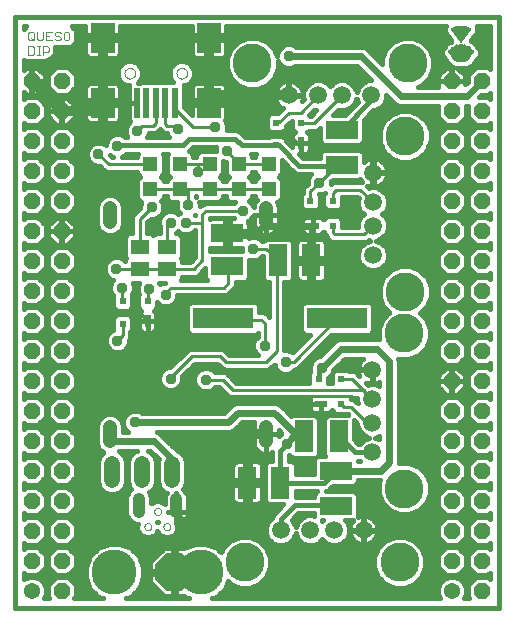
<source format=gtl>
G75*
%MOIN*%
%OFA0B0*%
%FSLAX24Y24*%
%IPPOS*%
%LPD*%
%AMOC8*
5,1,8,0,0,1.08239X$1,22.5*
%
%ADD10C,0.0160*%
%ADD11C,0.0040*%
%ADD12C,0.0540*%
%ADD13OC8,0.0540*%
%ADD14R,0.0312X0.0004*%
%ADD15R,0.0344X0.0004*%
%ADD16R,0.0368X0.0004*%
%ADD17R,0.0392X0.0004*%
%ADD18R,0.0408X0.0004*%
%ADD19R,0.0424X0.0004*%
%ADD20R,0.0432X0.0004*%
%ADD21R,0.0448X0.0004*%
%ADD22R,0.0456X0.0004*%
%ADD23R,0.0472X0.0004*%
%ADD24R,0.0480X0.0004*%
%ADD25R,0.0488X0.0004*%
%ADD26R,0.0496X0.0004*%
%ADD27R,0.0504X0.0004*%
%ADD28R,0.0512X0.0004*%
%ADD29R,0.0520X0.0004*%
%ADD30R,0.0528X0.0004*%
%ADD31R,0.0536X0.0004*%
%ADD32R,0.0536X0.0004*%
%ADD33R,0.0544X0.0004*%
%ADD34R,0.0552X0.0004*%
%ADD35R,0.0560X0.0004*%
%ADD36R,0.0560X0.0004*%
%ADD37R,0.0568X0.0004*%
%ADD38R,0.0576X0.0004*%
%ADD39R,0.0584X0.0004*%
%ADD40R,0.0592X0.0004*%
%ADD41R,0.0592X0.0004*%
%ADD42R,0.0600X0.0004*%
%ADD43R,0.0608X0.0004*%
%ADD44R,0.0608X0.0004*%
%ADD45R,0.0616X0.0004*%
%ADD46R,0.0624X0.0004*%
%ADD47R,0.0632X0.0004*%
%ADD48R,0.0632X0.0004*%
%ADD49R,0.0640X0.0004*%
%ADD50R,0.0648X0.0004*%
%ADD51R,0.0648X0.0004*%
%ADD52R,0.0656X0.0004*%
%ADD53R,0.0664X0.0004*%
%ADD54R,0.0664X0.0004*%
%ADD55R,0.0672X0.0004*%
%ADD56R,0.0680X0.0004*%
%ADD57R,0.0680X0.0004*%
%ADD58R,0.0688X0.0004*%
%ADD59R,0.0696X0.0004*%
%ADD60R,0.0700X0.0004*%
%ADD61R,0.0708X0.0004*%
%ADD62R,0.0716X0.0004*%
%ADD63R,0.0720X0.0004*%
%ADD64R,0.0720X0.0004*%
%ADD65R,0.0724X0.0004*%
%ADD66R,0.0808X0.0004*%
%ADD67R,0.0824X0.0004*%
%ADD68R,0.0832X0.0004*%
%ADD69R,0.0840X0.0004*%
%ADD70R,0.0848X0.0004*%
%ADD71R,0.0856X0.0004*%
%ADD72R,0.0860X0.0004*%
%ADD73R,0.0864X0.0004*%
%ADD74R,0.0864X0.0004*%
%ADD75R,0.0868X0.0004*%
%ADD76R,0.0872X0.0004*%
%ADD77R,0.0872X0.0004*%
%ADD78R,0.0860X0.0004*%
%ADD79R,0.0832X0.0004*%
%ADD80R,0.0824X0.0004*%
%ADD81R,0.0708X0.0004*%
%ADD82R,0.0712X0.0004*%
%ADD83R,0.0712X0.0004*%
%ADD84R,0.0700X0.0004*%
%ADD85R,0.0696X0.0004*%
%ADD86R,0.0692X0.0004*%
%ADD87R,0.0668X0.0004*%
%ADD88R,0.0660X0.0004*%
%ADD89R,0.0452X0.0004*%
%ADD90R,0.0188X0.0004*%
%ADD91R,0.0448X0.0004*%
%ADD92R,0.0440X0.0004*%
%ADD93R,0.0184X0.0004*%
%ADD94R,0.0432X0.0004*%
%ADD95R,0.0184X0.0004*%
%ADD96R,0.0424X0.0004*%
%ADD97R,0.0412X0.0004*%
%ADD98R,0.0128X0.0004*%
%ADD99R,0.0044X0.0004*%
%ADD100R,0.0400X0.0004*%
%ADD101R,0.0008X0.0004*%
%ADD102R,0.0388X0.0004*%
%ADD103R,0.0132X0.0004*%
%ADD104R,0.0360X0.0004*%
%ADD105R,0.0136X0.0004*%
%ADD106R,0.0340X0.0004*%
%ADD107R,0.0140X0.0004*%
%ADD108R,0.0328X0.0004*%
%ADD109R,0.0144X0.0004*%
%ADD110R,0.0324X0.0004*%
%ADD111R,0.0148X0.0004*%
%ADD112R,0.0320X0.0004*%
%ADD113R,0.0156X0.0004*%
%ADD114R,0.0316X0.0004*%
%ADD115R,0.0176X0.0004*%
%ADD116R,0.0080X0.0004*%
%ADD117R,0.0052X0.0004*%
%ADD118R,0.0380X0.0004*%
%ADD119R,0.0372X0.0004*%
%ADD120R,0.0356X0.0004*%
%ADD121R,0.0004X0.0004*%
%ADD122R,0.0308X0.0004*%
%ADD123R,0.0060X0.0004*%
%ADD124R,0.0240X0.0004*%
%ADD125R,0.0232X0.0004*%
%ADD126R,0.0044X0.0004*%
%ADD127R,0.0164X0.0004*%
%ADD128R,0.0056X0.0004*%
%ADD129R,0.0036X0.0004*%
%ADD130R,0.0156X0.0004*%
%ADD131R,0.0048X0.0004*%
%ADD132R,0.0024X0.0004*%
%ADD133R,0.0036X0.0004*%
%ADD134R,0.0016X0.0004*%
%ADD135R,0.0028X0.0004*%
%ADD136R,0.0012X0.0004*%
%ADD137R,0.0124X0.0004*%
%ADD138R,0.0108X0.0004*%
%ADD139R,0.0008X0.0004*%
%ADD140R,0.0092X0.0004*%
%ADD141R,0.0068X0.0004*%
%ADD142R,0.0008X0.0004*%
%ADD143R,0.0016X0.0004*%
%ADD144R,0.0024X0.0004*%
%ADD145R,0.0032X0.0004*%
%ADD146R,0.0032X0.0004*%
%ADD147R,0.0040X0.0004*%
%ADD148R,0.0056X0.0004*%
%ADD149R,0.0064X0.0004*%
%ADD150R,0.0072X0.0004*%
%ADD151R,0.0088X0.0004*%
%ADD152R,0.0096X0.0004*%
%ADD153R,0.0104X0.0004*%
%ADD154R,0.0112X0.0004*%
%ADD155R,0.0120X0.0004*%
%ADD156R,0.0124X0.0004*%
%ADD157R,0.0128X0.0004*%
%ADD158R,0.0144X0.0004*%
%ADD159R,0.0152X0.0004*%
%ADD160R,0.0152X0.0004*%
%ADD161R,0.0160X0.0004*%
%ADD162R,0.0168X0.0004*%
%ADD163R,0.0176X0.0004*%
%ADD164R,0.0184X0.0004*%
%ADD165R,0.0192X0.0004*%
%ADD166R,0.0200X0.0004*%
%ADD167R,0.0208X0.0004*%
%ADD168R,0.0216X0.0004*%
%ADD169R,0.0216X0.0004*%
%ADD170R,0.0224X0.0004*%
%ADD171R,0.0232X0.0004*%
%ADD172R,0.0240X0.0004*%
%ADD173R,0.0248X0.0004*%
%ADD174R,0.0256X0.0004*%
%ADD175R,0.0264X0.0004*%
%ADD176R,0.0272X0.0004*%
%ADD177R,0.0280X0.0004*%
%ADD178R,0.0288X0.0004*%
%ADD179R,0.0296X0.0004*%
%ADD180R,0.0304X0.0004*%
%ADD181R,0.0320X0.0004*%
%ADD182R,0.0328X0.0004*%
%ADD183R,0.0336X0.0004*%
%ADD184R,0.0336X0.0004*%
%ADD185R,0.0200X0.0004*%
%ADD186R,0.0128X0.0004*%
%ADD187R,0.0204X0.0004*%
%ADD188R,0.0216X0.0004*%
%ADD189R,0.0228X0.0004*%
%ADD190R,0.0416X0.0004*%
%ADD191R,0.0424X0.0004*%
%ADD192R,0.0428X0.0004*%
%ADD193R,0.0304X0.0004*%
%ADD194R,0.0180X0.0004*%
%ADD195R,0.0112X0.0004*%
%ADD196R,0.0176X0.0004*%
%ADD197R,0.0112X0.0004*%
%ADD198R,0.0132X0.0004*%
%ADD199R,0.0116X0.0004*%
%ADD200R,0.0332X0.0004*%
%ADD201R,0.0336X0.0004*%
%ADD202R,0.0480X0.0004*%
%ADD203R,0.0496X0.0004*%
%ADD204R,0.0512X0.0004*%
%ADD205R,0.0544X0.0004*%
%ADD206R,0.0208X0.0004*%
%ADD207R,0.0356X0.0004*%
%ADD208R,0.0208X0.0004*%
%ADD209R,0.0364X0.0004*%
%ADD210R,0.0212X0.0004*%
%ADD211R,0.0368X0.0004*%
%ADD212R,0.0220X0.0004*%
%ADD213R,0.0600X0.0004*%
%ADD214R,0.0356X0.0004*%
%ADD215R,0.0228X0.0004*%
%ADD216R,0.0236X0.0004*%
%ADD217R,0.0360X0.0004*%
%ADD218R,0.0368X0.0004*%
%ADD219R,0.0244X0.0004*%
%ADD220R,0.0252X0.0004*%
%ADD221R,0.0376X0.0004*%
%ADD222R,0.0672X0.0004*%
%ADD223R,0.0624X0.0004*%
%ADD224R,0.0596X0.0004*%
%ADD225R,0.0552X0.0004*%
%ADD226R,0.0456X0.0004*%
%ADD227R,0.0384X0.0004*%
%ADD228R,0.0352X0.0004*%
%ADD229R,0.0188X0.0004*%
%ADD230R,0.0108X0.0004*%
%ADD231C,0.0591*%
%ADD232C,0.1300*%
%ADD233R,0.0197X0.0984*%
%ADD234R,0.0787X0.0984*%
%ADD235C,0.0000*%
%ADD236OC8,0.1250*%
%ADD237C,0.0472*%
%ADD238C,0.0540*%
%ADD239R,0.0591X0.1063*%
%ADD240R,0.1063X0.0591*%
%ADD241R,0.0630X0.1063*%
%ADD242R,0.1063X0.0630*%
%ADD243R,0.0591X0.0512*%
%ADD244R,0.0472X0.0472*%
%ADD245R,0.0394X0.0236*%
%ADD246R,0.0236X0.0236*%
%ADD247R,0.0236X0.0394*%
%ADD248R,0.2000X0.0700*%
%ADD249C,0.1500*%
%ADD250C,0.0416*%
%ADD251C,0.0376*%
%ADD252C,0.0320*%
%ADD253C,0.0100*%
%ADD254C,0.0240*%
D10*
X001046Y002668D02*
X017188Y002668D01*
X017188Y022353D01*
X001046Y022353D01*
X001046Y002668D01*
X001356Y003624D02*
X001356Y003819D01*
X001422Y003753D01*
X001811Y003753D01*
X002087Y004029D01*
X002087Y004418D01*
X001811Y004693D01*
X001422Y004693D01*
X001356Y004627D01*
X001356Y004819D01*
X001422Y004753D01*
X001811Y004753D01*
X002087Y005029D01*
X002087Y005418D01*
X001811Y005693D01*
X001422Y005693D01*
X001356Y005627D01*
X001356Y005819D01*
X001422Y005753D01*
X001811Y005753D01*
X002087Y006029D01*
X002087Y006418D01*
X001811Y006693D01*
X001422Y006693D01*
X001356Y006627D01*
X001356Y006819D01*
X001422Y006753D01*
X001811Y006753D01*
X002087Y007029D01*
X002087Y007418D01*
X001811Y007693D01*
X001422Y007693D01*
X001356Y007627D01*
X001356Y007819D01*
X001422Y007753D01*
X001811Y007753D01*
X002087Y008029D01*
X002087Y008418D01*
X001811Y008693D01*
X001422Y008693D01*
X001356Y008627D01*
X001356Y008819D01*
X001422Y008753D01*
X001811Y008753D01*
X002087Y009029D01*
X002087Y009418D01*
X001811Y009693D01*
X001422Y009693D01*
X001356Y009627D01*
X001356Y009819D01*
X001422Y009753D01*
X001811Y009753D01*
X002087Y010029D01*
X002087Y010418D01*
X001811Y010693D01*
X001422Y010693D01*
X001356Y010627D01*
X001356Y010819D01*
X001422Y010753D01*
X001811Y010753D01*
X002087Y011029D01*
X002087Y011418D01*
X001811Y011693D01*
X001422Y011693D01*
X001356Y011627D01*
X001356Y011819D01*
X001422Y011753D01*
X001811Y011753D01*
X002087Y012029D01*
X002087Y012418D01*
X001811Y012693D01*
X001422Y012693D01*
X001356Y012627D01*
X001356Y012819D01*
X001422Y012753D01*
X001811Y012753D01*
X002087Y013029D01*
X002087Y013418D01*
X001811Y013693D01*
X001422Y013693D01*
X001356Y013627D01*
X001356Y013819D01*
X001422Y013753D01*
X001811Y013753D01*
X002087Y014029D01*
X002087Y014418D01*
X001811Y014693D01*
X001422Y014693D01*
X001356Y014627D01*
X001356Y014819D01*
X001422Y014753D01*
X001811Y014753D01*
X002087Y015029D01*
X002087Y015418D01*
X001811Y015693D01*
X001422Y015693D01*
X001356Y015627D01*
X001356Y015819D01*
X001422Y015753D01*
X001811Y015753D01*
X002087Y016029D01*
X002087Y016418D01*
X001811Y016693D01*
X001422Y016693D01*
X001356Y016627D01*
X001356Y016819D01*
X001422Y016753D01*
X001811Y016753D01*
X002087Y017029D01*
X002087Y017418D01*
X001811Y017693D01*
X001422Y017693D01*
X001356Y017627D01*
X001356Y017819D01*
X001422Y017753D01*
X001811Y017753D01*
X002087Y018029D01*
X002087Y018418D01*
X001811Y018693D01*
X001422Y018693D01*
X001356Y018627D01*
X001356Y018819D01*
X001422Y018753D01*
X001811Y018753D01*
X002087Y019029D01*
X002087Y019418D01*
X001811Y019693D01*
X001422Y019693D01*
X001356Y019627D01*
X001356Y019848D01*
X001430Y019773D01*
X001607Y019773D01*
X001607Y020213D01*
X001627Y020213D01*
X001627Y020233D01*
X002067Y020233D01*
X002067Y020410D01*
X001803Y020673D01*
X001627Y020673D01*
X001627Y020233D01*
X001607Y020233D01*
X001607Y020673D01*
X001430Y020673D01*
X001356Y020599D01*
X001356Y020937D01*
X001414Y020878D01*
X002088Y020878D01*
X002181Y020972D01*
X002228Y020972D01*
X002357Y021101D01*
X002403Y021147D01*
X002403Y021358D01*
X002621Y021358D01*
X002630Y021368D01*
X002640Y021358D01*
X002915Y021358D01*
X002962Y021405D01*
X003091Y021534D01*
X003091Y021903D01*
X003044Y021950D01*
X002951Y022043D01*
X003405Y022043D01*
X003405Y021744D01*
X003899Y021744D01*
X003899Y021584D01*
X004059Y021584D01*
X004059Y020992D01*
X004397Y020992D01*
X004442Y021004D01*
X004483Y021028D01*
X004517Y021062D01*
X004541Y021103D01*
X004553Y021148D01*
X004553Y021584D01*
X004059Y021584D01*
X004059Y021744D01*
X004553Y021744D01*
X004553Y022043D01*
X006949Y022043D01*
X006949Y021744D01*
X007442Y021744D01*
X007442Y021584D01*
X006949Y021584D01*
X006949Y021148D01*
X006961Y021103D01*
X006985Y021062D01*
X007018Y021028D01*
X007059Y021004D01*
X007105Y020992D01*
X007442Y020992D01*
X007442Y021584D01*
X007602Y021584D01*
X007602Y020992D01*
X007940Y020992D01*
X007986Y021004D01*
X008027Y021028D01*
X008060Y021062D01*
X008084Y021103D01*
X008096Y021148D01*
X008096Y021584D01*
X007602Y021584D01*
X007602Y021744D01*
X008096Y021744D01*
X008096Y022043D01*
X015410Y022043D01*
X015390Y022023D01*
X015386Y022019D01*
X015386Y021845D01*
X015394Y021837D01*
X015394Y021833D01*
X015406Y021821D01*
X015406Y021817D01*
X015410Y021813D01*
X015418Y021805D01*
X015418Y021801D01*
X015426Y021793D01*
X015430Y021789D01*
X015430Y021785D01*
X015442Y021773D01*
X015442Y021769D01*
X015454Y021757D01*
X015454Y021753D01*
X015466Y021741D01*
X015466Y021737D01*
X015470Y021733D01*
X015478Y021725D01*
X015478Y021721D01*
X015486Y021713D01*
X015490Y021709D01*
X015490Y021705D01*
X015498Y021697D01*
X015498Y021693D01*
X015510Y021681D01*
X015510Y021677D01*
X015514Y021673D01*
X015522Y021665D01*
X015522Y021661D01*
X015534Y021649D01*
X015534Y021645D01*
X015546Y021633D01*
X015546Y021629D01*
X015558Y021617D01*
X015558Y021613D01*
X015570Y021601D01*
X015570Y021597D01*
X015574Y021593D01*
X015582Y021585D01*
X015582Y021581D01*
X015586Y021577D01*
X015590Y021573D01*
X015594Y021569D01*
X015594Y021565D01*
X015605Y021554D01*
X015587Y021536D01*
X015523Y021536D01*
X015406Y021419D01*
X015406Y021403D01*
X015402Y021399D01*
X015402Y021391D01*
X015314Y021303D01*
X015294Y021283D01*
X015294Y021275D01*
X015290Y021271D01*
X015290Y021267D01*
X015290Y021267D01*
X015290Y021089D01*
X015290Y021081D01*
X015294Y021077D01*
X015294Y021069D01*
X015310Y021053D01*
X015398Y020965D01*
X015398Y020961D01*
X015402Y020957D01*
X015402Y020949D01*
X015406Y020945D01*
X015406Y020941D01*
X015410Y020937D01*
X015410Y020933D01*
X015414Y020929D01*
X015414Y020925D01*
X015418Y020921D01*
X015418Y020917D01*
X015422Y020913D01*
X015422Y020909D01*
X015426Y020905D01*
X015426Y020901D01*
X015430Y020897D01*
X015430Y020893D01*
X015438Y020885D01*
X015438Y020881D01*
X015446Y020873D01*
X015446Y020869D01*
X015458Y020857D01*
X015458Y020853D01*
X015575Y020736D01*
X015579Y020732D01*
X015583Y020728D01*
X015587Y020724D01*
X015591Y020720D01*
X015595Y020716D01*
X015599Y020712D01*
X015603Y020708D01*
X015607Y020704D01*
X015611Y020704D01*
X015619Y020696D01*
X015623Y020696D01*
X015627Y020692D01*
X015631Y020688D01*
X015635Y020688D01*
X015639Y020684D01*
X015643Y020684D01*
X015647Y020680D01*
X015655Y020680D01*
X015659Y020676D01*
X015667Y020676D01*
X015670Y020673D01*
X015627Y020673D01*
X015627Y020233D01*
X016067Y020233D01*
X016067Y020410D01*
X015808Y020668D01*
X016165Y020668D01*
X016169Y020672D01*
X016181Y020672D01*
X016185Y020676D01*
X016193Y020676D01*
X016197Y020680D01*
X016205Y020680D01*
X016209Y020684D01*
X016213Y020684D01*
X016217Y020688D01*
X016221Y020688D01*
X016225Y020692D01*
X016229Y020696D01*
X016233Y020696D01*
X016241Y020704D01*
X016245Y020704D01*
X016249Y020708D01*
X016253Y020712D01*
X016257Y020716D01*
X016261Y020720D01*
X016265Y020724D01*
X016269Y020728D01*
X016273Y020732D01*
X016277Y020736D01*
X016394Y020853D01*
X016394Y020857D01*
X016406Y020869D01*
X016406Y020873D01*
X016414Y020881D01*
X016414Y020885D01*
X016422Y020893D01*
X016422Y020897D01*
X016426Y020901D01*
X016426Y020905D01*
X016430Y020909D01*
X016430Y020913D01*
X016434Y020917D01*
X016434Y020921D01*
X016438Y020925D01*
X016438Y020929D01*
X016442Y020933D01*
X016442Y020937D01*
X016446Y020941D01*
X016446Y020945D01*
X016450Y020949D01*
X016450Y020957D01*
X016454Y020961D01*
X016454Y020965D01*
X016542Y021053D01*
X016546Y021057D01*
X016554Y021065D01*
X016554Y021069D01*
X016558Y021073D01*
X016558Y021085D01*
X016562Y021089D01*
X016562Y021267D01*
X016558Y021271D01*
X016558Y021279D01*
X016554Y021283D01*
X016554Y021287D01*
X016550Y021291D01*
X016546Y021295D01*
X016542Y021299D01*
X016538Y021303D01*
X016466Y021375D01*
X016466Y021383D01*
X016462Y021387D01*
X016462Y021391D01*
X016458Y021395D01*
X016458Y021399D01*
X016454Y021403D01*
X016450Y021407D01*
X016450Y021411D01*
X016446Y021415D01*
X016442Y021419D01*
X016438Y021423D01*
X016321Y021540D01*
X016321Y021540D01*
X016313Y021548D01*
X016309Y021548D01*
X016301Y021556D01*
X016297Y021556D01*
X016293Y021560D01*
X016289Y021560D01*
X016285Y021564D01*
X016281Y021564D01*
X016277Y021568D01*
X016265Y021568D01*
X016261Y021572D01*
X016261Y021572D01*
X016262Y021573D01*
X016266Y021577D01*
X016270Y021581D01*
X016270Y021585D01*
X016278Y021593D01*
X016278Y021593D01*
X016282Y021597D01*
X016282Y021601D01*
X016294Y021613D01*
X016294Y021617D01*
X016306Y021629D01*
X016306Y021633D01*
X016318Y021645D01*
X016318Y021649D01*
X016322Y021653D01*
X016330Y021661D01*
X016330Y021665D01*
X016338Y021673D01*
X016338Y021677D01*
X016346Y021685D01*
X016354Y021693D01*
X016354Y021697D01*
X016362Y021705D01*
X016362Y021709D01*
X016366Y021713D01*
X016374Y021721D01*
X016374Y021725D01*
X016382Y021733D01*
X016386Y021737D01*
X016386Y021741D01*
X016398Y021753D01*
X016398Y021757D01*
X016410Y021769D01*
X016410Y021773D01*
X016418Y021781D01*
X016418Y021781D01*
X016422Y021785D01*
X016422Y021789D01*
X016426Y021793D01*
X016434Y021801D01*
X016434Y021805D01*
X016442Y021813D01*
X016446Y021817D01*
X016446Y021821D01*
X016458Y021833D01*
X016458Y021837D01*
X016466Y021845D01*
X016466Y022019D01*
X016462Y022023D01*
X016442Y022043D01*
X016878Y022043D01*
X016878Y020627D01*
X016811Y020693D01*
X016422Y020693D01*
X016147Y020418D01*
X016147Y020206D01*
X016067Y020126D01*
X016067Y020213D01*
X015627Y020213D01*
X015627Y020233D01*
X015607Y020233D01*
X015607Y020673D01*
X015430Y020673D01*
X015167Y020410D01*
X015167Y020233D01*
X015607Y020233D01*
X015607Y020213D01*
X015167Y020213D01*
X015167Y020037D01*
X015168Y020035D01*
X014488Y020035D01*
X014628Y020093D01*
X014867Y020332D01*
X014997Y020645D01*
X014997Y020983D01*
X014867Y021295D01*
X014628Y021535D01*
X014316Y021664D01*
X013978Y021664D01*
X013665Y021535D01*
X013426Y021295D01*
X013297Y020983D01*
X013297Y020791D01*
X012762Y021325D01*
X012645Y021374D01*
X010409Y021374D01*
X010400Y021383D01*
X010257Y021442D01*
X010102Y021442D01*
X009960Y021383D01*
X009851Y021274D01*
X009792Y021131D01*
X009792Y021060D01*
X009694Y021295D01*
X009455Y021535D01*
X009143Y021664D01*
X008804Y021664D01*
X008492Y021535D01*
X008253Y021295D01*
X008124Y020983D01*
X008124Y020645D01*
X008253Y020332D01*
X008492Y020093D01*
X008804Y019964D01*
X009143Y019964D01*
X009455Y020093D01*
X009694Y020332D01*
X009824Y020645D01*
X009824Y020900D01*
X009851Y020834D01*
X009960Y020725D01*
X010102Y020666D01*
X010257Y020666D01*
X010400Y020725D01*
X010409Y020734D01*
X012449Y020734D01*
X012940Y020242D01*
X012840Y020242D01*
X012658Y020167D01*
X012518Y020028D01*
X012446Y019853D01*
X012374Y020028D01*
X012234Y020167D01*
X012052Y020242D01*
X011855Y020242D01*
X011673Y020167D01*
X011560Y020054D01*
X011447Y020167D01*
X011265Y020242D01*
X011068Y020242D01*
X010886Y020167D01*
X010747Y020028D01*
X010671Y019846D01*
X010671Y019648D01*
X010684Y019618D01*
X010614Y019549D01*
X010623Y019565D01*
X010646Y019636D01*
X010657Y019710D01*
X010657Y019729D01*
X010201Y019729D01*
X010201Y019765D01*
X010657Y019765D01*
X010657Y019784D01*
X010646Y019858D01*
X010623Y019929D01*
X010589Y019996D01*
X010545Y020057D01*
X010492Y020110D01*
X010431Y020153D01*
X010365Y020187D01*
X010293Y020211D01*
X010220Y020222D01*
X010201Y020222D01*
X010201Y019765D01*
X010164Y019765D01*
X010164Y019729D01*
X009707Y019729D01*
X009707Y019710D01*
X009719Y019636D01*
X009742Y019565D01*
X009776Y019498D01*
X009820Y019437D01*
X009873Y019384D01*
X009933Y019341D01*
X009979Y019317D01*
X009968Y019306D01*
X009810Y019148D01*
X009565Y019148D01*
X009448Y019031D01*
X009448Y018629D01*
X009565Y018511D01*
X009967Y018511D01*
X010084Y018629D01*
X010084Y018715D01*
X010275Y018906D01*
X010275Y018629D01*
X010388Y018515D01*
X010364Y018501D01*
X010331Y018468D01*
X010307Y018427D01*
X010295Y018381D01*
X010295Y018160D01*
X010295Y018028D01*
X010084Y018238D01*
X010084Y018282D01*
X009967Y018400D01*
X009565Y018400D01*
X009527Y018362D01*
X008741Y018362D01*
X008567Y018535D01*
X008464Y018578D01*
X008112Y018578D01*
X008127Y018615D01*
X008127Y018769D01*
X008068Y018910D01*
X008084Y018937D01*
X008096Y018983D01*
X008096Y019419D01*
X007602Y019419D01*
X007602Y019579D01*
X007442Y019579D01*
X007442Y019419D01*
X006949Y019419D01*
X006949Y019087D01*
X006689Y019347D01*
X006689Y019490D01*
X006679Y019515D01*
X006679Y020074D01*
X006677Y020076D01*
X006698Y020076D01*
X006848Y020138D01*
X006962Y020253D01*
X007024Y020402D01*
X007024Y020564D01*
X006962Y020714D01*
X006848Y020828D01*
X006698Y020890D01*
X006536Y020890D01*
X006386Y020828D01*
X006272Y020714D01*
X006210Y020564D01*
X006210Y020402D01*
X006272Y020253D01*
X006333Y020191D01*
X005255Y020191D01*
X005235Y020171D01*
X005148Y020171D01*
X005230Y020253D01*
X005292Y020402D01*
X005292Y020564D01*
X005230Y020714D01*
X005115Y020828D01*
X004966Y020890D01*
X004804Y020890D01*
X004654Y020828D01*
X004539Y020714D01*
X004477Y020564D01*
X004477Y020402D01*
X004539Y020253D01*
X004654Y020138D01*
X004804Y020076D01*
X004864Y020076D01*
X004855Y020061D01*
X004842Y020015D01*
X004842Y019499D01*
X005121Y019499D01*
X003979Y019499D01*
X003899Y019469D02*
X003007Y019469D01*
X003067Y019410D02*
X002803Y019673D01*
X002627Y019673D01*
X002627Y019233D01*
X003067Y019233D01*
X003067Y019410D01*
X003067Y019311D02*
X003405Y019311D01*
X003405Y019419D02*
X003405Y018983D01*
X003418Y018937D01*
X003441Y018896D01*
X003475Y018863D01*
X003516Y018839D01*
X003562Y018827D01*
X003899Y018827D01*
X003899Y019419D01*
X003405Y019419D01*
X003405Y019579D02*
X003899Y019579D01*
X003899Y019419D01*
X004059Y019419D01*
X004059Y018827D01*
X004397Y018827D01*
X004442Y018839D01*
X004483Y018863D01*
X004517Y018896D01*
X004541Y018937D01*
X004553Y018983D01*
X004553Y019419D01*
X004059Y019419D01*
X004059Y019579D01*
X003899Y019579D01*
X003899Y020171D01*
X003562Y020171D01*
X003516Y020159D01*
X003475Y020135D01*
X003441Y020102D01*
X003418Y020061D01*
X003405Y020015D01*
X003405Y019579D01*
X003405Y019628D02*
X002849Y019628D01*
X002811Y019753D02*
X003087Y020029D01*
X003087Y020418D01*
X002811Y020693D01*
X002422Y020693D01*
X002147Y020418D01*
X002147Y020029D01*
X002422Y019753D01*
X002811Y019753D01*
X002844Y019786D02*
X003405Y019786D01*
X003405Y019945D02*
X003003Y019945D01*
X003087Y020103D02*
X003443Y020103D01*
X003087Y020262D02*
X004536Y020262D01*
X004483Y020135D02*
X004442Y020159D01*
X004397Y020171D01*
X004059Y020171D01*
X004059Y019579D01*
X004553Y019579D01*
X004553Y020015D01*
X004541Y020061D01*
X004517Y020102D01*
X004483Y020135D01*
X004515Y020103D02*
X004738Y020103D01*
X004842Y019945D02*
X004553Y019945D01*
X004553Y019786D02*
X004842Y019786D01*
X004842Y019628D02*
X004553Y019628D01*
X004553Y019311D02*
X004842Y019311D01*
X004842Y019469D02*
X004059Y019469D01*
X004059Y019311D02*
X003899Y019311D01*
X003899Y019152D02*
X004059Y019152D01*
X004059Y018994D02*
X003899Y018994D01*
X003899Y018835D02*
X004059Y018835D01*
X004428Y018835D02*
X004853Y018835D01*
X004811Y018794D02*
X004752Y018651D01*
X004752Y018496D01*
X004808Y018362D01*
X004720Y018362D01*
X004691Y018391D01*
X004548Y018450D01*
X004394Y018450D01*
X004251Y018391D01*
X004142Y018282D01*
X004083Y018139D01*
X004083Y018093D01*
X004061Y018115D01*
X003918Y018174D01*
X003764Y018174D01*
X003621Y018115D01*
X003512Y018006D01*
X003453Y017863D01*
X003453Y017709D01*
X003512Y017566D01*
X003621Y017457D01*
X003764Y017398D01*
X003876Y017398D01*
X004034Y017240D01*
X004126Y017202D01*
X005137Y017202D01*
X005137Y017133D01*
X005231Y017038D01*
X005137Y016944D01*
X005137Y016306D01*
X005254Y016189D01*
X005265Y016189D01*
X005225Y016092D01*
X005225Y015980D01*
X005007Y015763D01*
X004969Y015671D01*
X004969Y015152D01*
X004841Y015152D01*
X004724Y015034D01*
X004724Y014357D01*
X004759Y014322D01*
X004724Y014286D01*
X004724Y014224D01*
X004651Y014296D01*
X004509Y014355D01*
X004354Y014355D01*
X004212Y014296D01*
X004103Y014187D01*
X004044Y014045D01*
X004044Y013890D01*
X004103Y013748D01*
X004212Y013638D01*
X004331Y013589D01*
X004299Y013557D01*
X004240Y013415D01*
X004240Y013260D01*
X004299Y013118D01*
X004331Y013086D01*
X004330Y013086D01*
X004330Y012684D01*
X004447Y012567D01*
X004849Y012567D01*
X004966Y012684D01*
X004966Y013086D01*
X004946Y013106D01*
X004958Y013118D01*
X005017Y013260D01*
X005017Y013415D01*
X004985Y013492D01*
X005194Y013492D01*
X005146Y013375D01*
X005146Y013221D01*
X005189Y013118D01*
X005157Y013086D01*
X005157Y012684D01*
X005270Y012570D01*
X005246Y012556D01*
X005213Y012523D01*
X005189Y012482D01*
X005177Y012436D01*
X005177Y012215D01*
X005177Y011995D01*
X005189Y011949D01*
X005213Y011908D01*
X005246Y011875D01*
X005287Y011851D01*
X005333Y011839D01*
X005475Y011839D01*
X005617Y011839D01*
X005663Y011851D01*
X005704Y011875D01*
X005737Y011908D01*
X005761Y011949D01*
X005773Y011995D01*
X005773Y012215D01*
X005475Y012215D01*
X005475Y011839D01*
X005475Y012215D01*
X005475Y012215D01*
X005475Y012215D01*
X005177Y012215D01*
X005475Y012215D01*
X005475Y012215D01*
X005773Y012215D01*
X005773Y012436D01*
X005761Y012482D01*
X005737Y012523D01*
X005704Y012556D01*
X005679Y012570D01*
X005793Y012684D01*
X005793Y012844D01*
X005865Y012772D01*
X006008Y012713D01*
X006162Y012713D01*
X006305Y012772D01*
X006414Y012881D01*
X006473Y013024D01*
X006473Y013087D01*
X008064Y013087D01*
X008156Y013126D01*
X008313Y013283D01*
X008384Y013353D01*
X008422Y013445D01*
X008422Y013531D01*
X008747Y013531D01*
X008864Y013648D01*
X008864Y014272D01*
X008921Y014249D01*
X009076Y014249D01*
X009218Y014308D01*
X009297Y014387D01*
X009310Y014387D01*
X009310Y013629D01*
X009428Y013511D01*
X009536Y013511D01*
X009536Y012366D01*
X009486Y012416D01*
X009416Y012486D01*
X009324Y012524D01*
X009204Y012524D01*
X009204Y012747D01*
X009087Y012864D01*
X006921Y012864D01*
X006804Y012747D01*
X006804Y011881D01*
X006921Y011764D01*
X009087Y011764D01*
X009142Y011819D01*
X009142Y011707D01*
X009063Y011628D01*
X009004Y011486D01*
X009004Y011331D01*
X009063Y011188D01*
X009145Y011107D01*
X008197Y011107D01*
X008108Y011196D01*
X008038Y011266D01*
X007946Y011304D01*
X006902Y011304D01*
X006810Y011266D01*
X006238Y010694D01*
X006165Y010694D01*
X006023Y010635D01*
X005914Y010526D01*
X005855Y010383D01*
X005855Y010229D01*
X005914Y010086D01*
X006023Y009977D01*
X006165Y009918D01*
X006320Y009918D01*
X006462Y009977D01*
X006572Y010086D01*
X006631Y010229D01*
X006631Y010380D01*
X007055Y010804D01*
X007793Y010804D01*
X007951Y010645D01*
X008043Y010607D01*
X009481Y010607D01*
X009573Y010645D01*
X009644Y010716D01*
X009700Y010772D01*
X009756Y010637D01*
X009865Y010528D01*
X010008Y010469D01*
X010162Y010469D01*
X010305Y010528D01*
X010384Y010607D01*
X010397Y010607D01*
X010489Y010645D01*
X010559Y010716D01*
X011608Y011764D01*
X012887Y011764D01*
X013004Y011881D01*
X013004Y012747D01*
X012887Y012864D01*
X010721Y012864D01*
X010604Y012747D01*
X010604Y011881D01*
X010721Y011764D01*
X010901Y011764D01*
X010314Y011177D01*
X010305Y011186D01*
X010162Y011245D01*
X010036Y011245D01*
X010036Y013511D01*
X010223Y013511D01*
X010340Y013629D01*
X010340Y014857D01*
X010223Y014974D01*
X009428Y014974D01*
X009340Y014887D01*
X009297Y014887D01*
X009218Y014966D01*
X009076Y015025D01*
X008921Y015025D01*
X008844Y014993D01*
X008844Y015071D01*
X008210Y015071D01*
X008210Y015226D01*
X008844Y015226D01*
X008844Y015487D01*
X008832Y015533D01*
X008822Y015550D01*
X008864Y015567D01*
X008973Y015677D01*
X009010Y015765D01*
X009010Y015748D01*
X009426Y015748D01*
X009426Y015748D01*
X009842Y015748D01*
X009842Y016017D01*
X009832Y016081D01*
X009812Y016144D01*
X009789Y016189D01*
X009829Y016189D01*
X009947Y016306D01*
X009947Y016944D01*
X009852Y017038D01*
X009947Y017133D01*
X009947Y017584D01*
X010297Y017234D01*
X010375Y017155D01*
X010478Y017113D01*
X010926Y017113D01*
X010874Y017061D01*
X010815Y016919D01*
X010815Y016807D01*
X010696Y016688D01*
X010658Y016596D01*
X010658Y016500D01*
X010590Y016432D01*
X010590Y016030D01*
X010707Y015913D01*
X011109Y015913D01*
X011226Y016030D01*
X011226Y016432D01*
X011205Y016453D01*
X011280Y016453D01*
X011406Y016505D01*
X011406Y016500D01*
X011338Y016432D01*
X011338Y016030D01*
X011455Y015913D01*
X011857Y015913D01*
X011974Y016030D01*
X011974Y016355D01*
X012467Y016355D01*
X012509Y016313D01*
X012496Y016282D01*
X012496Y016085D01*
X012572Y015903D01*
X012685Y015790D01*
X012572Y015677D01*
X012496Y015495D01*
X012496Y015359D01*
X011974Y015359D01*
X011974Y015605D01*
X011857Y015722D01*
X011455Y015722D01*
X011342Y015609D01*
X011328Y015633D01*
X011294Y015667D01*
X011253Y015690D01*
X011207Y015702D01*
X010987Y015702D01*
X010987Y015404D01*
X010987Y015106D01*
X011207Y015106D01*
X011253Y015119D01*
X011294Y015142D01*
X011328Y015176D01*
X011342Y015200D01*
X011406Y015135D01*
X011406Y015118D01*
X011444Y015027D01*
X011503Y014967D01*
X011573Y014897D01*
X011665Y014859D01*
X012754Y014859D01*
X012846Y014897D01*
X012863Y014914D01*
X012886Y014904D01*
X012711Y014832D01*
X012572Y014693D01*
X012496Y014511D01*
X012496Y014314D01*
X012572Y014132D01*
X012711Y013992D01*
X012893Y013917D01*
X013090Y013917D01*
X013272Y013992D01*
X013411Y014132D01*
X013487Y014314D01*
X013487Y014511D01*
X013411Y014693D01*
X013272Y014832D01*
X013098Y014904D01*
X013272Y014977D01*
X013411Y015116D01*
X013487Y015298D01*
X013487Y015495D01*
X013411Y015677D01*
X013298Y015790D01*
X013411Y015903D01*
X013487Y016085D01*
X013487Y016282D01*
X013411Y016464D01*
X013272Y016604D01*
X013090Y016679D01*
X012893Y016679D01*
X012863Y016667D01*
X012793Y016736D01*
X012809Y016728D01*
X012880Y016705D01*
X012954Y016693D01*
X012973Y016693D01*
X012973Y017150D01*
X013010Y017150D01*
X013010Y017187D01*
X012973Y017187D01*
X012973Y017643D01*
X012954Y017643D01*
X012880Y017632D01*
X012809Y017609D01*
X012742Y017575D01*
X012683Y017531D01*
X012683Y017810D01*
X012566Y017927D01*
X011337Y017927D01*
X011220Y017810D01*
X011220Y017673D01*
X010650Y017673D01*
X010539Y017783D01*
X010593Y017783D01*
X010593Y018160D01*
X010593Y018160D01*
X010593Y017783D01*
X010735Y017783D01*
X010781Y017796D01*
X010822Y017819D01*
X010855Y017853D01*
X010879Y017894D01*
X010891Y017940D01*
X010891Y018160D01*
X010593Y018160D01*
X010295Y018160D01*
X010593Y018160D01*
X010593Y018160D01*
X010593Y018160D01*
X010436Y018160D01*
X010140Y018456D01*
X009038Y018456D01*
X008584Y018518D02*
X009559Y018518D01*
X009448Y018677D02*
X008127Y018677D01*
X008099Y018835D02*
X009448Y018835D01*
X009448Y018994D02*
X008096Y018994D01*
X008096Y019152D02*
X009814Y019152D01*
X009973Y019311D02*
X008096Y019311D01*
X008096Y019579D02*
X008096Y020015D01*
X008084Y020061D01*
X008060Y020102D01*
X008027Y020135D01*
X007986Y020159D01*
X007940Y020171D01*
X007602Y020171D01*
X007602Y019579D01*
X008096Y019579D01*
X008096Y019628D02*
X009721Y019628D01*
X009707Y019765D02*
X010164Y019765D01*
X010164Y020222D01*
X010145Y020222D01*
X010071Y020211D01*
X010000Y020187D01*
X009933Y020153D01*
X009873Y020110D01*
X009820Y020057D01*
X009776Y019996D01*
X009742Y019929D01*
X009719Y019858D01*
X009707Y019784D01*
X009707Y019765D01*
X009707Y019786D02*
X008096Y019786D01*
X008096Y019945D02*
X009749Y019945D01*
X009866Y020103D02*
X009465Y020103D01*
X009623Y020262D02*
X012921Y020262D01*
X012762Y020420D02*
X009730Y020420D01*
X009796Y020579D02*
X012604Y020579D01*
X012594Y020103D02*
X012298Y020103D01*
X012408Y019945D02*
X012484Y019945D01*
X012446Y019641D02*
X012492Y019530D01*
X012051Y019089D01*
X011649Y019089D01*
X011825Y019264D01*
X011855Y019252D01*
X012052Y019252D01*
X012234Y019327D01*
X012374Y019466D01*
X012446Y019641D01*
X012441Y019628D02*
X012452Y019628D01*
X012431Y019469D02*
X012375Y019469D01*
X012273Y019311D02*
X012195Y019311D01*
X012114Y019152D02*
X011713Y019152D01*
X011951Y018593D02*
X012938Y019580D01*
X012938Y019747D01*
X013006Y019252D02*
X013037Y019252D01*
X013219Y019327D01*
X013358Y019466D01*
X013433Y019648D01*
X013433Y019749D01*
X013649Y019534D01*
X013739Y019444D01*
X013856Y019395D01*
X015147Y019395D01*
X015147Y019029D01*
X015422Y018753D01*
X015811Y018753D01*
X016087Y019029D01*
X016087Y019395D01*
X016147Y019395D01*
X016147Y019029D01*
X016422Y018753D01*
X016811Y018753D01*
X016878Y018819D01*
X016878Y018627D01*
X016811Y018693D01*
X016422Y018693D01*
X016147Y018418D01*
X016147Y018029D01*
X016422Y017753D01*
X016811Y017753D01*
X016878Y017819D01*
X016878Y017627D01*
X016811Y017693D01*
X016422Y017693D01*
X016147Y017418D01*
X016147Y017029D01*
X016422Y016753D01*
X016811Y016753D01*
X016878Y016819D01*
X016878Y016627D01*
X016811Y016693D01*
X016422Y016693D01*
X016147Y016418D01*
X016147Y016029D01*
X016422Y015753D01*
X016811Y015753D01*
X016878Y015819D01*
X016878Y015627D01*
X016811Y015693D01*
X016422Y015693D01*
X016147Y015418D01*
X016147Y015029D01*
X016422Y014753D01*
X016811Y014753D01*
X016878Y014819D01*
X016878Y014627D01*
X016811Y014693D01*
X016422Y014693D01*
X016147Y014418D01*
X016147Y014029D01*
X016422Y013753D01*
X016811Y013753D01*
X016878Y013819D01*
X016878Y013627D01*
X016811Y013693D01*
X016422Y013693D01*
X016147Y013418D01*
X016147Y013029D01*
X016422Y012753D01*
X016811Y012753D01*
X016878Y012819D01*
X016878Y012627D01*
X016811Y012693D01*
X016422Y012693D01*
X016147Y012418D01*
X016147Y012029D01*
X016422Y011753D01*
X016811Y011753D01*
X016878Y011819D01*
X016878Y011627D01*
X016811Y011693D01*
X016422Y011693D01*
X016147Y011418D01*
X016147Y011029D01*
X016422Y010753D01*
X016811Y010753D01*
X016878Y010819D01*
X016878Y010627D01*
X016811Y010693D01*
X016422Y010693D01*
X016147Y010418D01*
X016147Y010029D01*
X016422Y009753D01*
X016811Y009753D01*
X016878Y009819D01*
X016878Y009627D01*
X016811Y009693D01*
X016422Y009693D01*
X016147Y009418D01*
X016147Y009029D01*
X016422Y008753D01*
X016811Y008753D01*
X016878Y008819D01*
X016878Y008627D01*
X016811Y008693D01*
X016422Y008693D01*
X016147Y008418D01*
X016147Y008029D01*
X016422Y007753D01*
X016811Y007753D01*
X016878Y007819D01*
X016878Y007627D01*
X016811Y007693D01*
X016422Y007693D01*
X016147Y007418D01*
X016147Y007029D01*
X016422Y006753D01*
X016811Y006753D01*
X016878Y006819D01*
X016878Y006627D01*
X016811Y006693D01*
X016422Y006693D01*
X016147Y006418D01*
X016147Y006029D01*
X016422Y005753D01*
X016811Y005753D01*
X016878Y005819D01*
X016878Y005627D01*
X016811Y005693D01*
X016422Y005693D01*
X016147Y005418D01*
X016147Y005029D01*
X016422Y004753D01*
X016811Y004753D01*
X016878Y004819D01*
X016878Y004627D01*
X016811Y004693D01*
X016422Y004693D01*
X016147Y004418D01*
X016147Y004029D01*
X016422Y003753D01*
X016811Y003753D01*
X016878Y003819D01*
X016878Y003627D01*
X016811Y003693D01*
X016422Y003693D01*
X016147Y003418D01*
X016147Y003029D01*
X016197Y002978D01*
X016024Y002978D01*
X016087Y003130D01*
X016087Y003317D01*
X016015Y003490D01*
X015883Y003622D01*
X015710Y003693D01*
X015523Y003693D01*
X015350Y003622D01*
X015218Y003490D01*
X015147Y003317D01*
X015147Y003130D01*
X015209Y002978D01*
X007636Y002978D01*
X007785Y003040D01*
X008052Y003307D01*
X008151Y003546D01*
X008230Y003467D01*
X008543Y003337D01*
X008881Y003337D01*
X009193Y003467D01*
X009432Y003706D01*
X009562Y004018D01*
X009562Y004356D01*
X009432Y004669D01*
X009193Y004908D01*
X008881Y005037D01*
X008543Y005037D01*
X008230Y004908D01*
X007991Y004669D01*
X007925Y004510D01*
X007785Y004651D01*
X007436Y004795D01*
X007058Y004795D01*
X006708Y004651D01*
X006703Y004645D01*
X006694Y004654D01*
X006411Y004654D01*
X006411Y004310D01*
X006311Y004068D01*
X006311Y004654D01*
X006027Y004654D01*
X005556Y004183D01*
X005556Y003899D01*
X006297Y003899D01*
X006297Y003799D01*
X005556Y003799D01*
X005556Y003516D01*
X006027Y003044D01*
X006311Y003044D01*
X006311Y003622D01*
X006411Y003381D01*
X006411Y003044D01*
X006694Y003044D01*
X006699Y003049D01*
X006708Y003040D01*
X006858Y002978D01*
X004762Y002978D01*
X004911Y003040D01*
X005178Y003307D01*
X005323Y003656D01*
X005323Y004034D01*
X005178Y004383D01*
X004911Y004651D01*
X004562Y004795D01*
X004184Y004795D01*
X003834Y004651D01*
X003567Y004383D01*
X003423Y004034D01*
X003423Y003656D01*
X003567Y003307D01*
X003834Y003040D01*
X003984Y002978D01*
X003036Y002978D01*
X003087Y003029D01*
X003087Y003418D01*
X002811Y003693D01*
X002422Y003693D01*
X002147Y003418D01*
X002147Y003029D01*
X002197Y002978D01*
X002024Y002978D01*
X002087Y003130D01*
X002087Y003317D01*
X002015Y003490D01*
X001883Y003622D01*
X001710Y003693D01*
X001523Y003693D01*
X001356Y003624D01*
X001356Y003778D02*
X001398Y003778D01*
X001836Y003778D02*
X002398Y003778D01*
X002422Y003753D02*
X002811Y003753D01*
X003087Y004029D01*
X003087Y004418D01*
X002811Y004693D01*
X002422Y004693D01*
X002147Y004418D01*
X002147Y004029D01*
X002422Y003753D01*
X002348Y003619D02*
X001885Y003619D01*
X002027Y003461D02*
X002189Y003461D01*
X002147Y003302D02*
X002087Y003302D01*
X002087Y003144D02*
X002147Y003144D01*
X002190Y002985D02*
X002027Y002985D01*
X001994Y003936D02*
X002239Y003936D01*
X002147Y004095D02*
X002087Y004095D01*
X002087Y004253D02*
X002147Y004253D01*
X002147Y004412D02*
X002087Y004412D01*
X001934Y004570D02*
X002299Y004570D01*
X002422Y004753D02*
X002811Y004753D01*
X003087Y005029D01*
X003087Y005418D01*
X002811Y005693D01*
X002422Y005693D01*
X002147Y005418D01*
X002147Y005029D01*
X002422Y004753D01*
X002288Y004887D02*
X001945Y004887D01*
X002087Y005046D02*
X002147Y005046D01*
X002147Y005204D02*
X002087Y005204D01*
X002087Y005363D02*
X002147Y005363D01*
X002250Y005521D02*
X001983Y005521D01*
X001825Y005680D02*
X002408Y005680D01*
X002422Y005753D02*
X002811Y005753D01*
X003087Y006029D01*
X003087Y006418D01*
X002811Y006693D01*
X002422Y006693D01*
X002147Y006418D01*
X002147Y006029D01*
X002422Y005753D01*
X002337Y005838D02*
X001896Y005838D01*
X002055Y005997D02*
X002179Y005997D01*
X002147Y006155D02*
X002087Y006155D01*
X002087Y006314D02*
X002147Y006314D01*
X002201Y006472D02*
X002032Y006472D01*
X001874Y006631D02*
X002359Y006631D01*
X002422Y006753D02*
X002811Y006753D01*
X003087Y007029D01*
X003087Y007418D01*
X002811Y007693D01*
X002422Y007693D01*
X002147Y007418D01*
X002147Y007029D01*
X002422Y006753D01*
X002386Y006789D02*
X001847Y006789D01*
X002006Y006948D02*
X002228Y006948D01*
X002147Y007106D02*
X002087Y007106D01*
X002087Y007265D02*
X002147Y007265D01*
X002152Y007423D02*
X002081Y007423D01*
X001923Y007582D02*
X002310Y007582D01*
X002422Y007753D02*
X002811Y007753D01*
X003087Y008029D01*
X003087Y008418D01*
X002811Y008693D01*
X002422Y008693D01*
X002147Y008418D01*
X002147Y008029D01*
X002422Y007753D01*
X002277Y007899D02*
X001957Y007899D01*
X002087Y008057D02*
X002147Y008057D01*
X002147Y008216D02*
X002087Y008216D01*
X002087Y008374D02*
X002147Y008374D01*
X002261Y008533D02*
X001972Y008533D01*
X001813Y008691D02*
X002420Y008691D01*
X002422Y008753D02*
X002811Y008753D01*
X003087Y009029D01*
X003087Y009418D01*
X002811Y009693D01*
X002422Y009693D01*
X002147Y009418D01*
X002147Y009029D01*
X002422Y008753D01*
X002326Y008850D02*
X001908Y008850D01*
X002066Y009008D02*
X002167Y009008D01*
X002147Y009167D02*
X002087Y009167D01*
X002087Y009325D02*
X002147Y009325D01*
X002212Y009484D02*
X002021Y009484D01*
X001862Y009642D02*
X002371Y009642D01*
X002422Y009753D02*
X002811Y009753D01*
X003087Y010029D01*
X003087Y010418D01*
X002811Y010693D01*
X002422Y010693D01*
X002147Y010418D01*
X002147Y010029D01*
X002422Y009753D01*
X002375Y009801D02*
X001859Y009801D01*
X002017Y009959D02*
X002216Y009959D01*
X002147Y010118D02*
X002087Y010118D01*
X002087Y010276D02*
X002147Y010276D01*
X002163Y010435D02*
X002070Y010435D01*
X001911Y010593D02*
X002322Y010593D01*
X002422Y010753D02*
X002811Y010753D01*
X003087Y011029D01*
X003087Y011418D01*
X002811Y011693D01*
X002422Y011693D01*
X002147Y011418D01*
X002147Y011029D01*
X002422Y010753D01*
X002265Y010910D02*
X001968Y010910D01*
X002087Y011069D02*
X002147Y011069D01*
X002147Y011227D02*
X002087Y011227D01*
X002087Y011386D02*
X002147Y011386D01*
X002273Y011544D02*
X001960Y011544D01*
X001919Y011861D02*
X002314Y011861D01*
X002422Y011753D02*
X002811Y011753D01*
X003087Y012029D01*
X003087Y012418D01*
X002811Y012693D01*
X002422Y012693D01*
X002147Y012418D01*
X002147Y012029D01*
X002422Y011753D01*
X002156Y012020D02*
X002078Y012020D01*
X002087Y012178D02*
X002147Y012178D01*
X002147Y012337D02*
X002087Y012337D01*
X002009Y012495D02*
X002224Y012495D01*
X002382Y012654D02*
X001851Y012654D01*
X001870Y012812D02*
X002363Y012812D01*
X002422Y012753D02*
X002811Y012753D01*
X003087Y013029D01*
X003087Y013418D01*
X002811Y013693D01*
X002422Y013693D01*
X002147Y013418D01*
X002147Y013029D01*
X002422Y012753D01*
X002205Y012971D02*
X002029Y012971D01*
X002087Y013129D02*
X002147Y013129D01*
X002147Y013288D02*
X002087Y013288D01*
X002058Y013446D02*
X002175Y013446D01*
X002333Y013605D02*
X001900Y013605D01*
X001821Y013763D02*
X002412Y013763D01*
X002422Y013753D02*
X002811Y013753D01*
X003087Y014029D01*
X003087Y014418D01*
X002811Y014693D01*
X002422Y014693D01*
X002147Y014418D01*
X002147Y014029D01*
X002422Y013753D01*
X002254Y013922D02*
X001980Y013922D01*
X002087Y014080D02*
X002147Y014080D01*
X002147Y014239D02*
X002087Y014239D01*
X002087Y014397D02*
X002147Y014397D01*
X002284Y014556D02*
X001949Y014556D01*
X001931Y014873D02*
X002331Y014873D01*
X002430Y014773D02*
X002167Y015037D01*
X002167Y015213D01*
X002607Y015213D01*
X002627Y015213D01*
X002627Y015233D01*
X003067Y015233D01*
X003067Y015410D01*
X002803Y015673D01*
X002627Y015673D01*
X002627Y015233D01*
X002607Y015233D01*
X002607Y015673D01*
X002430Y015673D01*
X002167Y015410D01*
X002167Y015233D01*
X002607Y015233D01*
X002607Y015213D01*
X002607Y014773D01*
X002430Y014773D01*
X002627Y014773D02*
X002627Y015213D01*
X003067Y015213D01*
X003067Y015037D01*
X002803Y014773D01*
X002627Y014773D01*
X002627Y014873D02*
X002607Y014873D01*
X002607Y015031D02*
X002627Y015031D01*
X002627Y015190D02*
X002607Y015190D01*
X002607Y015348D02*
X002627Y015348D01*
X002627Y015507D02*
X002607Y015507D01*
X002607Y015665D02*
X002627Y015665D01*
X002811Y015665D02*
X003790Y015665D01*
X003790Y015507D02*
X002970Y015507D01*
X003067Y015348D02*
X003822Y015348D01*
X003790Y015425D02*
X003856Y015264D01*
X003979Y015142D01*
X004139Y015075D01*
X004313Y015075D01*
X004473Y015142D01*
X004596Y015264D01*
X004662Y015425D01*
X004662Y016071D01*
X004596Y016231D01*
X004473Y016354D01*
X004313Y016420D01*
X004139Y016420D01*
X003979Y016354D01*
X003856Y016231D01*
X003790Y016071D01*
X003790Y015425D01*
X003931Y015190D02*
X003067Y015190D01*
X003061Y015031D02*
X004724Y015031D01*
X004724Y014873D02*
X002902Y014873D01*
X002949Y014556D02*
X004724Y014556D01*
X004724Y014714D02*
X001356Y014714D01*
X002087Y015031D02*
X002172Y015031D01*
X002167Y015190D02*
X002087Y015190D01*
X002087Y015348D02*
X002167Y015348D01*
X002264Y015507D02*
X001998Y015507D01*
X001839Y015665D02*
X002422Y015665D01*
X002422Y015753D02*
X002811Y015753D01*
X003087Y016029D01*
X003087Y016418D01*
X002811Y016693D01*
X002422Y016693D01*
X002147Y016418D01*
X002147Y016029D01*
X002422Y015753D01*
X002352Y015824D02*
X001882Y015824D01*
X002040Y015982D02*
X002193Y015982D01*
X002147Y016141D02*
X002087Y016141D01*
X002087Y016299D02*
X002147Y016299D01*
X002186Y016458D02*
X002047Y016458D01*
X001888Y016616D02*
X002345Y016616D01*
X002422Y016753D02*
X002811Y016753D01*
X003087Y017029D01*
X003087Y017418D01*
X002811Y017693D01*
X002422Y017693D01*
X002147Y017418D01*
X002147Y017029D01*
X002422Y016753D01*
X002401Y016775D02*
X001833Y016775D01*
X001991Y016933D02*
X002242Y016933D01*
X002147Y017092D02*
X002087Y017092D01*
X002087Y017250D02*
X002147Y017250D01*
X002147Y017409D02*
X002087Y017409D01*
X001937Y017567D02*
X002296Y017567D01*
X002422Y017753D02*
X002811Y017753D01*
X003087Y018029D01*
X003087Y018418D01*
X002811Y018693D01*
X002422Y018693D01*
X002147Y018418D01*
X002147Y018029D01*
X002422Y017753D01*
X002291Y017884D02*
X001942Y017884D01*
X002087Y018043D02*
X002147Y018043D01*
X002147Y018201D02*
X002087Y018201D01*
X002087Y018360D02*
X002147Y018360D01*
X002247Y018518D02*
X001986Y018518D01*
X001828Y018677D02*
X002405Y018677D01*
X002430Y018773D02*
X002167Y019037D01*
X002167Y019213D01*
X002607Y019213D01*
X002627Y019213D01*
X002627Y019233D01*
X002607Y019233D01*
X002607Y019673D01*
X002430Y019673D01*
X002167Y019410D01*
X002167Y019233D01*
X002607Y019233D01*
X002607Y019213D01*
X002607Y018773D01*
X002430Y018773D01*
X002368Y018835D02*
X001893Y018835D01*
X002052Y018994D02*
X002210Y018994D01*
X002167Y019152D02*
X002087Y019152D01*
X002087Y019311D02*
X002167Y019311D01*
X002226Y019469D02*
X002035Y019469D01*
X001877Y019628D02*
X002385Y019628D01*
X002389Y019786D02*
X001816Y019786D01*
X001803Y019773D02*
X002067Y020037D01*
X002067Y020213D01*
X001627Y020213D01*
X001627Y019773D01*
X001803Y019773D01*
X001627Y019786D02*
X001607Y019786D01*
X001607Y019945D02*
X001627Y019945D01*
X001627Y020103D02*
X001607Y020103D01*
X001607Y020262D02*
X001627Y020262D01*
X001627Y020420D02*
X001607Y020420D01*
X001607Y020579D02*
X001627Y020579D01*
X001898Y020579D02*
X002307Y020579D01*
X002149Y020420D02*
X002056Y020420D01*
X002067Y020262D02*
X002147Y020262D01*
X002147Y020103D02*
X002067Y020103D01*
X001974Y019945D02*
X002231Y019945D01*
X002607Y019628D02*
X002627Y019628D01*
X002627Y019469D02*
X002607Y019469D01*
X002607Y019311D02*
X002627Y019311D01*
X002627Y019213D02*
X003067Y019213D01*
X003067Y019037D01*
X002803Y018773D01*
X002627Y018773D01*
X002627Y019213D01*
X002627Y019152D02*
X002607Y019152D01*
X002607Y018994D02*
X002627Y018994D01*
X002627Y018835D02*
X002607Y018835D01*
X002828Y018677D02*
X004763Y018677D01*
X004811Y018794D02*
X004896Y018878D01*
X004878Y018896D01*
X004855Y018937D01*
X004842Y018983D01*
X004842Y019499D01*
X005121Y019499D01*
X005121Y019499D01*
X004842Y019152D02*
X004553Y019152D01*
X004553Y018994D02*
X004842Y018994D01*
X004752Y018518D02*
X002986Y018518D01*
X003087Y018360D02*
X004220Y018360D01*
X004109Y018201D02*
X003087Y018201D01*
X003087Y018043D02*
X003549Y018043D01*
X003462Y017884D02*
X002942Y017884D01*
X002937Y017567D02*
X003512Y017567D01*
X003453Y017726D02*
X001356Y017726D01*
X001356Y016775D02*
X001401Y016775D01*
X001356Y015665D02*
X001394Y015665D01*
X002833Y016775D02*
X005137Y016775D01*
X005137Y016933D02*
X002991Y016933D01*
X003087Y017092D02*
X005178Y017092D01*
X005137Y016616D02*
X002888Y016616D01*
X003047Y016458D02*
X005137Y016458D01*
X005144Y016299D02*
X004528Y016299D01*
X004633Y016141D02*
X005245Y016141D01*
X005225Y015982D02*
X004662Y015982D01*
X004662Y015824D02*
X005068Y015824D01*
X004969Y015665D02*
X004662Y015665D01*
X004662Y015507D02*
X004969Y015507D01*
X004969Y015348D02*
X004631Y015348D01*
X004521Y015190D02*
X004969Y015190D01*
X005469Y015190D02*
X005875Y015190D01*
X005875Y015152D02*
X005746Y015152D01*
X005672Y015077D01*
X005597Y015152D01*
X005469Y015152D01*
X005469Y015517D01*
X005578Y015626D01*
X005690Y015626D01*
X005833Y015686D01*
X005942Y015795D01*
X006001Y015937D01*
X006001Y016092D01*
X005942Y016234D01*
X005940Y016236D01*
X006010Y016306D01*
X006010Y016375D01*
X006121Y016375D01*
X006121Y016306D01*
X006239Y016189D01*
X006453Y016189D01*
X006445Y016171D01*
X006445Y016016D01*
X006504Y015873D01*
X006543Y015835D01*
X006535Y015832D01*
X006499Y015796D01*
X006462Y015832D01*
X006320Y015891D01*
X006165Y015891D01*
X006023Y015832D01*
X005914Y015723D01*
X005855Y015580D01*
X005855Y015426D01*
X005875Y015377D01*
X005875Y015152D01*
X005875Y015348D02*
X005469Y015348D01*
X005469Y015507D02*
X005855Y015507D01*
X005890Y015665D02*
X005783Y015665D01*
X005954Y015824D02*
X006015Y015824D01*
X006001Y015982D02*
X006459Y015982D01*
X006471Y015824D02*
X006526Y015824D01*
X006445Y016141D02*
X005981Y016141D01*
X006003Y016299D02*
X006128Y016299D01*
X006121Y016875D02*
X006010Y016875D01*
X006010Y016944D01*
X005915Y017038D01*
X006010Y017133D01*
X006010Y017771D01*
X005979Y017802D01*
X006152Y017802D01*
X006121Y017771D01*
X006121Y017133D01*
X006216Y017038D01*
X006121Y016944D01*
X006121Y016875D01*
X006121Y016933D02*
X006010Y016933D01*
X005969Y017092D02*
X006162Y017092D01*
X006121Y017250D02*
X006010Y017250D01*
X006010Y017409D02*
X006121Y017409D01*
X006121Y017567D02*
X006010Y017567D01*
X006010Y017726D02*
X006121Y017726D01*
X006656Y018082D02*
X006873Y018298D01*
X008408Y018298D01*
X008625Y018082D01*
X009766Y018082D01*
X009845Y018082D01*
X010534Y017393D01*
X011794Y017393D01*
X011833Y017353D01*
X011951Y017432D02*
X011479Y017432D01*
X011220Y017726D02*
X010597Y017726D01*
X010593Y017884D02*
X010593Y017884D01*
X010593Y018043D02*
X010593Y018043D01*
X010593Y018160D02*
X010891Y018160D01*
X010891Y018381D01*
X010879Y018427D01*
X010855Y018468D01*
X010822Y018501D01*
X010798Y018515D01*
X010842Y018560D01*
X011066Y018560D01*
X011158Y018598D01*
X011220Y018659D01*
X011220Y018215D01*
X011337Y018098D01*
X012566Y018098D01*
X012683Y018215D01*
X012683Y018929D01*
X013006Y019252D01*
X012906Y019152D02*
X013709Y019152D01*
X013577Y019097D02*
X013889Y019227D01*
X014228Y019227D01*
X014540Y019097D01*
X014779Y018858D01*
X014909Y018546D01*
X014909Y018208D01*
X014779Y017895D01*
X014540Y017656D01*
X014228Y017527D01*
X013889Y017527D01*
X013577Y017656D01*
X013338Y017895D01*
X013209Y018208D01*
X013209Y018546D01*
X013338Y018858D01*
X013577Y019097D01*
X013473Y018994D02*
X012748Y018994D01*
X012683Y018835D02*
X013328Y018835D01*
X013263Y018677D02*
X012683Y018677D01*
X012683Y018518D02*
X013209Y018518D01*
X013209Y018360D02*
X012683Y018360D01*
X012669Y018201D02*
X013211Y018201D01*
X013277Y018043D02*
X010891Y018043D01*
X010891Y018201D02*
X011234Y018201D01*
X011220Y018360D02*
X010891Y018360D01*
X010801Y018518D02*
X011220Y018518D01*
X010913Y019060D02*
X010882Y019060D01*
X010857Y019084D01*
X011037Y019264D01*
X011068Y019252D01*
X011105Y019252D01*
X010913Y019060D01*
X010925Y019152D02*
X011005Y019152D01*
X010680Y019628D02*
X010643Y019628D01*
X010657Y019786D02*
X010671Y019786D01*
X010712Y019945D02*
X010615Y019945D01*
X010498Y020103D02*
X010822Y020103D01*
X010201Y020103D02*
X010164Y020103D01*
X010164Y019945D02*
X010201Y019945D01*
X010201Y019786D02*
X010164Y019786D01*
X009797Y019469D02*
X007602Y019469D01*
X007602Y019628D02*
X007442Y019628D01*
X007442Y019579D02*
X007442Y020171D01*
X007105Y020171D01*
X007059Y020159D01*
X007018Y020135D01*
X006985Y020102D01*
X006961Y020061D01*
X006949Y020015D01*
X006949Y019579D01*
X007442Y019579D01*
X007442Y019469D02*
X006689Y019469D01*
X006679Y019628D02*
X006949Y019628D01*
X006949Y019786D02*
X006679Y019786D01*
X006679Y019945D02*
X006949Y019945D01*
X006986Y020103D02*
X006764Y020103D01*
X006966Y020262D02*
X008324Y020262D01*
X008217Y020420D02*
X007024Y020420D01*
X007018Y020579D02*
X008151Y020579D01*
X008124Y020737D02*
X006939Y020737D01*
X006992Y021054D02*
X004509Y021054D01*
X004553Y021213D02*
X006949Y021213D01*
X006949Y021371D02*
X004553Y021371D01*
X004553Y021530D02*
X006949Y021530D01*
X006949Y021847D02*
X004553Y021847D01*
X004553Y022005D02*
X006949Y022005D01*
X007442Y021688D02*
X004059Y021688D01*
X004059Y021530D02*
X003899Y021530D01*
X003899Y021584D02*
X003899Y020992D01*
X003562Y020992D01*
X003516Y021004D01*
X003475Y021028D01*
X003441Y021062D01*
X003418Y021103D01*
X003405Y021148D01*
X003405Y021584D01*
X003899Y021584D01*
X003899Y021688D02*
X003091Y021688D01*
X003086Y021530D02*
X003405Y021530D01*
X003405Y021371D02*
X002928Y021371D01*
X002962Y021405D02*
X002962Y021405D01*
X003091Y021847D02*
X003405Y021847D01*
X003405Y022005D02*
X002989Y022005D01*
X003044Y021950D02*
X003044Y021950D01*
X003405Y021213D02*
X002403Y021213D01*
X002310Y021054D02*
X003449Y021054D01*
X003899Y021054D02*
X004059Y021054D01*
X004059Y021213D02*
X003899Y021213D01*
X003899Y021371D02*
X004059Y021371D01*
X004563Y020737D02*
X001356Y020737D01*
X001356Y020896D02*
X001397Y020896D01*
X002105Y020896D02*
X008124Y020896D01*
X008153Y021054D02*
X008053Y021054D01*
X008096Y021213D02*
X008219Y021213D01*
X008329Y021371D02*
X008096Y021371D01*
X008096Y021530D02*
X008487Y021530D01*
X008096Y021847D02*
X015386Y021847D01*
X015410Y021813D02*
X015410Y021813D01*
X015426Y021793D02*
X015426Y021793D01*
X015470Y021733D02*
X015470Y021733D01*
X015486Y021713D02*
X015486Y021713D01*
X015503Y021688D02*
X007602Y021688D01*
X007602Y021530D02*
X007442Y021530D01*
X007442Y021371D02*
X007602Y021371D01*
X007602Y021213D02*
X007442Y021213D01*
X007442Y021054D02*
X007602Y021054D01*
X007602Y020103D02*
X007442Y020103D01*
X007442Y019945D02*
X007602Y019945D01*
X007602Y019786D02*
X007442Y019786D01*
X006949Y019311D02*
X006725Y019311D01*
X006884Y019152D02*
X006949Y019152D01*
X006113Y018481D02*
X006150Y018393D01*
X006181Y018362D01*
X005473Y018362D01*
X005522Y018481D01*
X005702Y018481D01*
X005794Y018519D01*
X005864Y018590D01*
X005888Y018614D01*
X005913Y018590D01*
X005983Y018519D01*
X006075Y018481D01*
X006113Y018481D01*
X005985Y018518D02*
X005791Y018518D01*
X005168Y017802D02*
X005137Y017771D01*
X005137Y017702D01*
X004615Y017702D01*
X004691Y017733D01*
X004760Y017802D01*
X005168Y017802D01*
X005137Y017726D02*
X004674Y017726D01*
X004327Y017702D02*
X004279Y017702D01*
X004229Y017752D01*
X004229Y017755D01*
X004251Y017733D01*
X004327Y017702D01*
X004268Y017726D02*
X004255Y017726D01*
X004471Y018062D02*
X004491Y018082D01*
X006656Y018082D01*
X006858Y017888D02*
X006989Y018018D01*
X007759Y018018D01*
X007744Y017982D01*
X007744Y017888D01*
X007223Y017888D01*
X007106Y017771D01*
X007106Y017702D01*
X006994Y017702D01*
X006994Y017771D01*
X006877Y017888D01*
X006858Y017888D01*
X006880Y017884D02*
X007219Y017884D01*
X007106Y017726D02*
X006994Y017726D01*
X007978Y017548D02*
X007978Y017133D01*
X007884Y017038D01*
X007978Y016944D01*
X007978Y016875D01*
X008090Y016875D01*
X008090Y016944D01*
X008184Y017038D01*
X008090Y017133D01*
X008090Y017516D01*
X008055Y017516D01*
X007978Y017548D01*
X007978Y017409D02*
X008090Y017409D01*
X008090Y017250D02*
X007978Y017250D01*
X007937Y017092D02*
X008131Y017092D01*
X008090Y016933D02*
X007978Y016933D01*
X007978Y016375D02*
X008090Y016375D01*
X008090Y016306D01*
X008207Y016189D01*
X008387Y016189D01*
X008345Y016146D01*
X007374Y016146D01*
X007282Y016108D01*
X007221Y016048D01*
X007221Y016171D01*
X007207Y016204D01*
X007223Y016189D01*
X007861Y016189D01*
X007978Y016306D01*
X007978Y016375D01*
X007971Y016299D02*
X008097Y016299D01*
X008055Y015643D02*
X007577Y015643D01*
X007556Y015638D01*
X007556Y015646D01*
X008345Y015646D01*
X008348Y015643D01*
X008210Y015643D01*
X008210Y015226D01*
X008055Y015226D01*
X008055Y015643D01*
X008055Y015507D02*
X008210Y015507D01*
X008210Y015348D02*
X008055Y015348D01*
X008210Y015190D02*
X009161Y015190D01*
X009155Y015194D02*
X009208Y015155D01*
X009266Y015126D01*
X009329Y015105D01*
X009393Y015095D01*
X009426Y015095D01*
X009426Y015748D01*
X009426Y015748D01*
X009010Y015748D01*
X009010Y015479D01*
X009020Y015414D01*
X009040Y015352D01*
X009070Y015293D01*
X009109Y015240D01*
X009155Y015194D01*
X009042Y015348D02*
X008844Y015348D01*
X008839Y015507D02*
X009010Y015507D01*
X009010Y015665D02*
X008962Y015665D01*
X009011Y016025D02*
X008973Y016116D01*
X008873Y016217D01*
X008962Y016306D01*
X008962Y016375D01*
X009074Y016375D01*
X009074Y016306D01*
X009117Y016263D01*
X009109Y016255D01*
X009070Y016202D01*
X009040Y016144D01*
X009020Y016081D01*
X009011Y016025D01*
X009039Y016141D02*
X008949Y016141D01*
X008956Y016299D02*
X009081Y016299D01*
X009074Y016875D02*
X008962Y016875D01*
X008962Y016944D01*
X008868Y017038D01*
X008962Y017133D01*
X008962Y017202D01*
X009074Y017202D01*
X009074Y017133D01*
X009168Y017038D01*
X009074Y016944D01*
X009074Y016875D01*
X009074Y016933D02*
X008962Y016933D01*
X008921Y017092D02*
X009115Y017092D01*
X009074Y017702D02*
X008962Y017702D01*
X008962Y017771D01*
X008931Y017802D01*
X009105Y017802D01*
X009074Y017771D01*
X009074Y017702D01*
X009074Y017726D02*
X008962Y017726D01*
X009947Y017567D02*
X009963Y017567D01*
X009947Y017409D02*
X010122Y017409D01*
X010280Y017250D02*
X009947Y017250D01*
X009906Y017092D02*
X010905Y017092D01*
X010821Y016933D02*
X009947Y016933D01*
X009947Y016775D02*
X010783Y016775D01*
X010666Y016616D02*
X009947Y016616D01*
X009947Y016458D02*
X010615Y016458D01*
X010590Y016299D02*
X009940Y016299D01*
X009813Y016141D02*
X010590Y016141D01*
X010638Y015982D02*
X009842Y015982D01*
X009842Y015824D02*
X012651Y015824D01*
X012567Y015665D02*
X011914Y015665D01*
X011974Y015507D02*
X012501Y015507D01*
X012539Y015982D02*
X011926Y015982D01*
X011974Y016141D02*
X012496Y016141D01*
X012503Y016299D02*
X011974Y016299D01*
X011705Y016855D02*
X011613Y016817D01*
X011591Y016796D01*
X011591Y016876D01*
X011652Y016937D01*
X012566Y016937D01*
X012573Y016944D01*
X012585Y016919D01*
X012629Y016859D01*
X012641Y016846D01*
X012620Y016855D01*
X011705Y016855D01*
X011649Y016933D02*
X012578Y016933D01*
X012973Y016933D02*
X013010Y016933D01*
X013010Y016775D02*
X012973Y016775D01*
X013010Y016693D02*
X013029Y016693D01*
X013103Y016705D01*
X013174Y016728D01*
X013241Y016762D01*
X013301Y016806D01*
X013354Y016859D01*
X013398Y016919D01*
X013432Y016986D01*
X013455Y017057D01*
X013467Y017131D01*
X013467Y017150D01*
X013010Y017150D01*
X013010Y016693D01*
X013242Y016616D02*
X015345Y016616D01*
X015422Y016693D02*
X015147Y016418D01*
X015147Y016029D01*
X015422Y015753D01*
X015811Y015753D01*
X016087Y016029D01*
X016087Y016418D01*
X015811Y016693D01*
X015422Y016693D01*
X015422Y016753D02*
X015811Y016753D01*
X016087Y017029D01*
X016087Y017418D01*
X015811Y017693D01*
X015422Y017693D01*
X015147Y017418D01*
X015147Y017029D01*
X015422Y016753D01*
X015401Y016775D02*
X013259Y016775D01*
X013405Y016933D02*
X015242Y016933D01*
X015147Y017092D02*
X013461Y017092D01*
X013467Y017187D02*
X013467Y017206D01*
X013455Y017279D01*
X013432Y017351D01*
X013398Y017417D01*
X013354Y017478D01*
X013301Y017531D01*
X013241Y017575D01*
X013174Y017609D01*
X013103Y017632D01*
X013029Y017643D01*
X013010Y017643D01*
X013010Y017187D01*
X013467Y017187D01*
X013460Y017250D02*
X015147Y017250D01*
X015147Y017409D02*
X013402Y017409D01*
X013251Y017567D02*
X013792Y017567D01*
X013508Y017726D02*
X012683Y017726D01*
X012683Y017567D02*
X012732Y017567D01*
X012609Y017884D02*
X013349Y017884D01*
X013010Y017567D02*
X012973Y017567D01*
X012973Y017409D02*
X013010Y017409D01*
X013010Y017250D02*
X012973Y017250D01*
X012973Y017092D02*
X013010Y017092D01*
X013414Y016458D02*
X015186Y016458D01*
X015147Y016299D02*
X013480Y016299D01*
X013487Y016141D02*
X015147Y016141D01*
X015193Y015982D02*
X013444Y015982D01*
X013332Y015824D02*
X015352Y015824D01*
X015422Y015693D02*
X015147Y015418D01*
X015147Y015029D01*
X015422Y014753D01*
X015811Y014753D01*
X016087Y015029D01*
X016087Y015418D01*
X015811Y015693D01*
X015422Y015693D01*
X015394Y015665D02*
X013416Y015665D01*
X013482Y015507D02*
X015235Y015507D01*
X015147Y015348D02*
X013487Y015348D01*
X013442Y015190D02*
X015147Y015190D01*
X015147Y015031D02*
X013327Y015031D01*
X013174Y014873D02*
X015303Y014873D01*
X015422Y014693D02*
X015147Y014418D01*
X015147Y014029D01*
X015422Y013753D01*
X015811Y013753D01*
X016087Y014029D01*
X016087Y014418D01*
X015811Y014693D01*
X015422Y014693D01*
X015284Y014556D02*
X013468Y014556D01*
X013487Y014397D02*
X015147Y014397D01*
X015147Y014239D02*
X013456Y014239D01*
X013360Y014080D02*
X015147Y014080D01*
X015254Y013922D02*
X014542Y013922D01*
X014540Y013924D02*
X014228Y014054D01*
X013889Y014054D01*
X013577Y013924D01*
X013338Y013685D01*
X013209Y013373D01*
X013209Y013034D01*
X013338Y012722D01*
X013539Y012521D01*
X013313Y012295D01*
X013184Y011983D01*
X013184Y011645D01*
X013198Y011609D01*
X013196Y011610D01*
X011848Y011610D01*
X011731Y011561D01*
X011218Y011048D01*
X011205Y011048D01*
X011062Y010989D01*
X010953Y010880D01*
X010894Y010737D01*
X010894Y010583D01*
X010904Y010560D01*
X010904Y010525D01*
X010865Y010487D01*
X010865Y010162D01*
X008433Y010162D01*
X008117Y010479D01*
X008025Y010517D01*
X007723Y010517D01*
X007644Y010596D01*
X007501Y010655D01*
X007347Y010655D01*
X007204Y010596D01*
X007095Y010486D01*
X007036Y010344D01*
X007036Y010189D01*
X007095Y010047D01*
X007204Y009938D01*
X007347Y009878D01*
X007501Y009878D01*
X007644Y009938D01*
X007723Y010017D01*
X007871Y010017D01*
X008117Y009771D01*
X008188Y009700D01*
X008280Y009662D01*
X010907Y009662D01*
X010898Y009647D01*
X010885Y009601D01*
X010885Y009459D01*
X010885Y009318D01*
X010898Y009272D01*
X010921Y009231D01*
X010955Y009197D01*
X010996Y009174D01*
X011042Y009161D01*
X011262Y009161D01*
X011262Y009459D01*
X011262Y009459D01*
X010885Y009459D01*
X011262Y009459D01*
X011262Y009459D01*
X011262Y009161D01*
X011483Y009161D01*
X011529Y009174D01*
X011570Y009197D01*
X011603Y009231D01*
X011617Y009255D01*
X011731Y009141D01*
X011907Y009141D01*
X011980Y009111D01*
X012163Y009111D01*
X012165Y009108D01*
X011475Y009108D01*
X011358Y008991D01*
X011358Y007762D01*
X011390Y007730D01*
X011155Y007730D01*
X011187Y007762D01*
X011187Y008991D01*
X011070Y009108D01*
X010313Y009108D01*
X010265Y009059D01*
X009978Y009345D01*
X009888Y009435D01*
X009771Y009484D01*
X008423Y009484D01*
X008305Y009435D01*
X008215Y009345D01*
X008039Y009169D01*
X005290Y009169D01*
X005281Y009178D01*
X005139Y009237D01*
X004984Y009237D01*
X004842Y009178D01*
X004733Y009069D01*
X004673Y008926D01*
X004673Y008772D01*
X004733Y008629D01*
X004823Y008539D01*
X004662Y008539D01*
X004662Y008771D01*
X004596Y008931D01*
X004473Y009054D01*
X004313Y009120D01*
X004139Y009120D01*
X003979Y009054D01*
X003856Y008931D01*
X003790Y008771D01*
X003790Y008125D01*
X003856Y007964D01*
X003979Y007842D01*
X004000Y007833D01*
X003899Y007732D01*
X003828Y007559D01*
X003828Y006832D01*
X003899Y006659D01*
X004032Y006527D01*
X004204Y006456D01*
X004391Y006456D01*
X004564Y006527D01*
X004696Y006659D01*
X004768Y006832D01*
X004768Y007559D01*
X004696Y007732D01*
X004564Y007864D01*
X004516Y007884D01*
X004531Y007899D01*
X005116Y007899D01*
X005032Y007864D01*
X004899Y007732D01*
X004828Y007559D01*
X004828Y006832D01*
X004899Y006659D01*
X004937Y006622D01*
X004834Y006519D01*
X004772Y006370D01*
X004772Y005792D01*
X004834Y005642D01*
X004949Y005527D01*
X005099Y005465D01*
X005154Y005465D01*
X005141Y005435D01*
X005141Y005297D01*
X005194Y005169D01*
X005292Y005071D01*
X005420Y005018D01*
X005559Y005018D01*
X005687Y005071D01*
X005785Y005169D01*
X005805Y005217D01*
X005824Y005169D01*
X005922Y005071D01*
X006050Y005018D01*
X006189Y005018D01*
X006317Y005071D01*
X006415Y005169D01*
X006468Y005297D01*
X006468Y005435D01*
X006447Y005485D01*
X006478Y005485D01*
X006553Y005500D01*
X006623Y005529D01*
X006687Y005572D01*
X006741Y005626D01*
X006783Y005689D01*
X006812Y005760D01*
X006827Y005835D01*
X006827Y005873D01*
X006827Y006327D01*
X006812Y006402D01*
X006783Y006472D01*
X006741Y006536D01*
X006687Y006590D01*
X006651Y006614D01*
X006696Y006659D01*
X006768Y006832D01*
X006768Y007559D01*
X006696Y007732D01*
X006564Y007864D01*
X006453Y007910D01*
X005963Y008401D01*
X005873Y008491D01*
X005779Y008529D01*
X008235Y008529D01*
X008353Y008578D01*
X008443Y008668D01*
X008619Y008844D01*
X009041Y008844D01*
X009040Y008844D01*
X009020Y008781D01*
X009010Y008717D01*
X009010Y008448D01*
X009426Y008448D01*
X009426Y008448D01*
X009842Y008448D01*
X009842Y008577D01*
X009941Y008478D01*
X009920Y008470D01*
X009842Y008392D01*
X009842Y008448D01*
X009426Y008448D01*
X009426Y008448D01*
X009010Y008448D01*
X009010Y008179D01*
X009020Y008114D01*
X009040Y008052D01*
X009070Y007993D01*
X009109Y007940D01*
X009155Y007894D01*
X009208Y007855D01*
X009266Y007826D01*
X009329Y007805D01*
X009393Y007795D01*
X009426Y007795D01*
X009426Y008448D01*
X009426Y008448D01*
X009426Y007795D01*
X009459Y007795D01*
X009524Y007805D01*
X009586Y007826D01*
X009624Y007845D01*
X009624Y007573D01*
X009506Y007573D01*
X009389Y007456D01*
X009389Y006227D01*
X009506Y006110D01*
X009997Y006110D01*
X009683Y005796D01*
X009640Y005693D01*
X009640Y005674D01*
X009500Y005535D01*
X009425Y005353D01*
X009425Y005156D01*
X009500Y004974D01*
X009640Y004834D01*
X009822Y004759D01*
X010019Y004759D01*
X010201Y004834D01*
X010340Y004974D01*
X010412Y005148D01*
X010485Y004974D01*
X010624Y004834D01*
X010806Y004759D01*
X011003Y004759D01*
X011185Y004834D01*
X011298Y004947D01*
X011411Y004834D01*
X011593Y004759D01*
X011790Y004759D01*
X011972Y004834D01*
X012112Y004974D01*
X012187Y005156D01*
X012187Y005353D01*
X012112Y005535D01*
X012068Y005578D01*
X012328Y005578D01*
X012314Y005564D01*
X012270Y005503D01*
X012236Y005437D01*
X012213Y005366D01*
X012201Y005292D01*
X012201Y005273D01*
X012658Y005273D01*
X012658Y005729D01*
X012639Y005729D01*
X012565Y005718D01*
X012494Y005695D01*
X012476Y005686D01*
X012486Y005696D01*
X012486Y006452D01*
X012369Y006569D01*
X011435Y006569D01*
X011519Y006604D01*
X011598Y006683D01*
X011655Y006740D01*
X012369Y006740D01*
X012486Y006857D01*
X012486Y006915D01*
X013227Y006915D01*
X013184Y006810D01*
X013184Y006471D01*
X013313Y006159D01*
X013552Y005920D01*
X013864Y005791D01*
X014203Y005791D01*
X014515Y005920D01*
X014754Y006159D01*
X014884Y006471D01*
X014884Y006810D01*
X014754Y007122D01*
X014515Y007361D01*
X014203Y007491D01*
X013864Y007491D01*
X013846Y007483D01*
X013846Y010960D01*
X013840Y010974D01*
X013864Y010964D01*
X014203Y010964D01*
X014515Y011093D01*
X014754Y011332D01*
X014884Y011645D01*
X014884Y011983D01*
X014754Y012295D01*
X014553Y012496D01*
X014779Y012722D01*
X014909Y013034D01*
X014909Y013373D01*
X014779Y013685D01*
X014540Y013924D01*
X014701Y013763D02*
X015412Y013763D01*
X015422Y013693D02*
X015147Y013418D01*
X015147Y013029D01*
X015422Y012753D01*
X015811Y012753D01*
X016087Y013029D01*
X016087Y013418D01*
X015811Y013693D01*
X015422Y013693D01*
X015333Y013605D02*
X014812Y013605D01*
X014878Y013446D02*
X015175Y013446D01*
X015147Y013288D02*
X014909Y013288D01*
X014909Y013129D02*
X015147Y013129D01*
X015205Y012971D02*
X014882Y012971D01*
X014816Y012812D02*
X015363Y012812D01*
X015422Y012693D02*
X015147Y012418D01*
X015147Y012029D01*
X015422Y011753D01*
X015811Y011753D01*
X016087Y012029D01*
X016087Y012418D01*
X015811Y012693D01*
X015422Y012693D01*
X015382Y012654D02*
X014711Y012654D01*
X014554Y012495D02*
X015224Y012495D01*
X015147Y012337D02*
X014713Y012337D01*
X014803Y012178D02*
X015147Y012178D01*
X015156Y012020D02*
X014868Y012020D01*
X014884Y011861D02*
X015314Y011861D01*
X015422Y011693D02*
X015147Y011418D01*
X015147Y011029D01*
X015422Y010753D01*
X015811Y010753D01*
X016087Y011029D01*
X016087Y011418D01*
X015811Y011693D01*
X015422Y011693D01*
X015273Y011544D02*
X014842Y011544D01*
X014884Y011703D02*
X016878Y011703D01*
X016314Y011861D02*
X015919Y011861D01*
X016078Y012020D02*
X016156Y012020D01*
X016147Y012178D02*
X016087Y012178D01*
X016087Y012337D02*
X016147Y012337D01*
X016224Y012495D02*
X016009Y012495D01*
X015851Y012654D02*
X016382Y012654D01*
X016363Y012812D02*
X015870Y012812D01*
X016029Y012971D02*
X016205Y012971D01*
X016147Y013129D02*
X016087Y013129D01*
X016087Y013288D02*
X016147Y013288D01*
X016175Y013446D02*
X016058Y013446D01*
X015900Y013605D02*
X016333Y013605D01*
X016412Y013763D02*
X015821Y013763D01*
X015980Y013922D02*
X016254Y013922D01*
X016147Y014080D02*
X016087Y014080D01*
X016087Y014239D02*
X016147Y014239D01*
X016147Y014397D02*
X016087Y014397D01*
X015949Y014556D02*
X016284Y014556D01*
X016303Y014873D02*
X015931Y014873D01*
X016087Y015031D02*
X016147Y015031D01*
X016147Y015190D02*
X016087Y015190D01*
X016087Y015348D02*
X016147Y015348D01*
X016235Y015507D02*
X015998Y015507D01*
X015839Y015665D02*
X016394Y015665D01*
X016352Y015824D02*
X015882Y015824D01*
X016040Y015982D02*
X016193Y015982D01*
X016147Y016141D02*
X016087Y016141D01*
X016087Y016299D02*
X016147Y016299D01*
X016186Y016458D02*
X016047Y016458D01*
X015888Y016616D02*
X016345Y016616D01*
X016401Y016775D02*
X015833Y016775D01*
X015991Y016933D02*
X016242Y016933D01*
X016147Y017092D02*
X016087Y017092D01*
X016087Y017250D02*
X016147Y017250D01*
X016147Y017409D02*
X016087Y017409D01*
X015937Y017567D02*
X016296Y017567D01*
X016291Y017884D02*
X015942Y017884D01*
X015811Y017753D02*
X016087Y018029D01*
X016087Y018418D01*
X015811Y018693D01*
X015422Y018693D01*
X015147Y018418D01*
X015147Y018029D01*
X015422Y017753D01*
X015811Y017753D01*
X016087Y018043D02*
X016147Y018043D01*
X016147Y018201D02*
X016087Y018201D01*
X016087Y018360D02*
X016147Y018360D01*
X016247Y018518D02*
X015986Y018518D01*
X015828Y018677D02*
X016405Y018677D01*
X016340Y018835D02*
X015893Y018835D01*
X016052Y018994D02*
X016182Y018994D01*
X016147Y019152D02*
X016087Y019152D01*
X016087Y019311D02*
X016147Y019311D01*
X016539Y019693D02*
X016599Y019753D01*
X016811Y019753D01*
X016878Y019819D01*
X016878Y019627D01*
X016811Y019693D01*
X016539Y019693D01*
X016844Y019786D02*
X016878Y019786D01*
X016877Y019628D02*
X016878Y019628D01*
X016878Y018677D02*
X016828Y018677D01*
X016878Y017726D02*
X014609Y017726D01*
X014768Y017884D02*
X015291Y017884D01*
X015147Y018043D02*
X014840Y018043D01*
X014906Y018201D02*
X015147Y018201D01*
X015147Y018360D02*
X014909Y018360D01*
X014909Y018518D02*
X015247Y018518D01*
X015405Y018677D02*
X014854Y018677D01*
X014789Y018835D02*
X015340Y018835D01*
X015182Y018994D02*
X014644Y018994D01*
X014408Y019152D02*
X015147Y019152D01*
X015147Y019311D02*
X013179Y019311D01*
X013359Y019469D02*
X013713Y019469D01*
X013555Y019628D02*
X013425Y019628D01*
X013297Y020896D02*
X013192Y020896D01*
X013326Y021054D02*
X013034Y021054D01*
X012875Y021213D02*
X013392Y021213D01*
X013502Y021371D02*
X012652Y021371D01*
X013660Y021530D02*
X009460Y021530D01*
X009618Y021371D02*
X009948Y021371D01*
X009825Y021213D02*
X009728Y021213D01*
X009824Y020896D02*
X009825Y020896D01*
X009824Y020737D02*
X009948Y020737D01*
X009235Y019747D02*
X009235Y019479D01*
X008482Y020103D02*
X008059Y020103D01*
X008096Y022005D02*
X015386Y022005D01*
X015390Y022023D02*
X015390Y022023D01*
X015510Y021681D02*
X015510Y021681D01*
X015510Y021681D01*
X015514Y021673D02*
X015514Y021673D01*
X015574Y021593D02*
X015574Y021593D01*
X015586Y021577D02*
X015586Y021577D01*
X015590Y021573D02*
X015590Y021573D01*
X015516Y021530D02*
X014633Y021530D01*
X014792Y021371D02*
X015382Y021371D01*
X015290Y021213D02*
X014902Y021213D01*
X014967Y021054D02*
X015309Y021054D01*
X015310Y021053D02*
X015310Y021053D01*
X015290Y021089D02*
X015290Y021089D01*
X015430Y020896D02*
X014997Y020896D01*
X014997Y020737D02*
X015574Y020737D01*
X015607Y020579D02*
X015627Y020579D01*
X015627Y020420D02*
X015607Y020420D01*
X015607Y020262D02*
X015627Y020262D01*
X015898Y020579D02*
X016307Y020579D01*
X016278Y020737D02*
X016878Y020737D01*
X016878Y020896D02*
X016422Y020896D01*
X016542Y021053D02*
X016542Y021053D01*
X016543Y021054D02*
X016878Y021054D01*
X016878Y021213D02*
X016562Y021213D01*
X016538Y021303D02*
X016538Y021303D01*
X016470Y021371D02*
X016878Y021371D01*
X016878Y021530D02*
X016331Y021530D01*
X016266Y021577D02*
X016266Y021577D01*
X016262Y021573D02*
X016262Y021573D01*
X016322Y021653D02*
X016322Y021653D01*
X016346Y021685D02*
X016346Y021685D01*
X016349Y021688D02*
X016878Y021688D01*
X016878Y021847D02*
X016466Y021847D01*
X016442Y021813D02*
X016442Y021813D01*
X016426Y021793D02*
X016426Y021793D01*
X016382Y021733D02*
X016382Y021733D01*
X016366Y021713D02*
X016366Y021713D01*
X016438Y021423D02*
X016438Y021423D01*
X016454Y021403D02*
X016454Y021403D01*
X016546Y021057D02*
X016546Y021057D01*
X016149Y020420D02*
X016056Y020420D01*
X016067Y020262D02*
X016147Y020262D01*
X015336Y020579D02*
X014969Y020579D01*
X014904Y020420D02*
X015177Y020420D01*
X015167Y020262D02*
X014797Y020262D01*
X014638Y020103D02*
X015167Y020103D01*
X016466Y022005D02*
X016878Y022005D01*
X016462Y022023D02*
X016462Y022023D01*
X015296Y017567D02*
X014325Y017567D01*
X012809Y014873D02*
X012787Y014873D01*
X012593Y014714D02*
X011423Y014714D01*
X011423Y014798D02*
X011410Y014844D01*
X011387Y014885D01*
X011353Y014918D01*
X011312Y014942D01*
X011266Y014954D01*
X011005Y014954D01*
X011005Y014320D01*
X011423Y014320D01*
X011423Y014798D01*
X011394Y014873D02*
X011633Y014873D01*
X011442Y015031D02*
X008844Y015031D01*
X008610Y014654D02*
X008610Y014561D01*
X007556Y014561D01*
X007556Y014659D01*
X007577Y014654D01*
X008055Y014654D01*
X008055Y015071D01*
X008210Y015071D01*
X008210Y014654D01*
X008610Y014654D01*
X008210Y014714D02*
X008055Y014714D01*
X008055Y014873D02*
X008210Y014873D01*
X008210Y015031D02*
X008055Y015031D01*
X008864Y014239D02*
X009310Y014239D01*
X009310Y014080D02*
X008864Y014080D01*
X008864Y013922D02*
X009310Y013922D01*
X009310Y013763D02*
X008864Y013763D01*
X008820Y013605D02*
X009334Y013605D01*
X009536Y013446D02*
X008422Y013446D01*
X008318Y013288D02*
X009536Y013288D01*
X009536Y013129D02*
X008160Y013129D01*
X007462Y013587D02*
X006598Y013587D01*
X006620Y013609D01*
X006620Y013698D01*
X007060Y013698D01*
X007152Y013736D01*
X007401Y013985D01*
X007401Y013648D01*
X007462Y013587D01*
X007445Y013605D02*
X006616Y013605D01*
X006620Y014198D02*
X006620Y014286D01*
X006585Y014322D01*
X006620Y014357D01*
X006620Y015034D01*
X006503Y015152D01*
X006409Y015152D01*
X006462Y015174D01*
X006499Y015210D01*
X006535Y015174D01*
X006677Y015115D01*
X006832Y015115D01*
X006974Y015174D01*
X007053Y015253D01*
X007056Y015253D01*
X007056Y014347D01*
X006907Y014198D01*
X006620Y014198D01*
X006620Y014239D02*
X006948Y014239D01*
X007056Y014397D02*
X006620Y014397D01*
X006620Y014556D02*
X007056Y014556D01*
X007056Y014714D02*
X006620Y014714D01*
X006620Y014873D02*
X007056Y014873D01*
X007056Y015031D02*
X006620Y015031D01*
X006519Y015190D02*
X006478Y015190D01*
X006990Y015190D02*
X007056Y015190D01*
X007056Y015753D02*
X007056Y015767D01*
X007053Y015764D01*
X007045Y015761D01*
X007053Y015753D01*
X007056Y015753D01*
X007221Y016141D02*
X007360Y016141D01*
X007106Y016370D02*
X007101Y016375D01*
X007106Y016375D01*
X007106Y016370D01*
X007338Y013922D02*
X007401Y013922D01*
X007401Y013763D02*
X007179Y013763D01*
X006870Y012812D02*
X006345Y012812D01*
X006451Y012971D02*
X009536Y012971D01*
X009536Y012812D02*
X009139Y012812D01*
X009204Y012654D02*
X009536Y012654D01*
X009536Y012495D02*
X009395Y012495D01*
X010036Y012495D02*
X010604Y012495D01*
X010604Y012337D02*
X010036Y012337D01*
X010036Y012178D02*
X010604Y012178D01*
X010604Y012020D02*
X010036Y012020D01*
X010036Y011861D02*
X010624Y011861D01*
X010839Y011703D02*
X010036Y011703D01*
X010036Y011544D02*
X010681Y011544D01*
X010522Y011386D02*
X010036Y011386D01*
X010206Y011227D02*
X010364Y011227D01*
X010595Y010752D02*
X010900Y010752D01*
X010894Y010593D02*
X010370Y010593D01*
X010754Y010910D02*
X010983Y010910D01*
X010912Y011069D02*
X011238Y011069D01*
X011396Y011227D02*
X011071Y011227D01*
X011229Y011386D02*
X011555Y011386D01*
X011713Y011544D02*
X011388Y011544D01*
X011546Y011703D02*
X013184Y011703D01*
X013184Y011861D02*
X012984Y011861D01*
X013004Y012020D02*
X013199Y012020D01*
X013264Y012178D02*
X013004Y012178D01*
X013004Y012337D02*
X013354Y012337D01*
X013513Y012495D02*
X013004Y012495D01*
X013004Y012654D02*
X013406Y012654D01*
X013301Y012812D02*
X012939Y012812D01*
X013235Y012971D02*
X010036Y012971D01*
X010036Y013129D02*
X013209Y013129D01*
X013209Y013288D02*
X010036Y013288D01*
X010036Y013446D02*
X013239Y013446D01*
X013305Y013605D02*
X011389Y013605D01*
X011387Y013601D02*
X011410Y013642D01*
X011423Y013688D01*
X011423Y014165D01*
X011005Y014165D01*
X011005Y013531D01*
X011266Y013531D01*
X011312Y013544D01*
X011353Y013567D01*
X011387Y013601D01*
X011423Y013763D02*
X013416Y013763D01*
X013575Y013922D02*
X013102Y013922D01*
X012882Y013922D02*
X011423Y013922D01*
X011423Y014080D02*
X012623Y014080D01*
X012527Y014239D02*
X011005Y014239D01*
X011005Y014165D02*
X011005Y014320D01*
X010850Y014320D01*
X010850Y014165D01*
X011005Y014165D01*
X011005Y014080D02*
X010850Y014080D01*
X010850Y014165D02*
X010850Y013531D01*
X010589Y013531D01*
X010543Y013544D01*
X010502Y013567D01*
X010469Y013601D01*
X010445Y013642D01*
X010433Y013688D01*
X010433Y014165D01*
X010850Y014165D01*
X010850Y014239D02*
X010340Y014239D01*
X010433Y014320D02*
X010850Y014320D01*
X010850Y014954D01*
X010589Y014954D01*
X010543Y014942D01*
X010502Y014918D01*
X010469Y014885D01*
X010445Y014844D01*
X010433Y014798D01*
X010433Y014320D01*
X010433Y014397D02*
X010340Y014397D01*
X010340Y014556D02*
X010433Y014556D01*
X010433Y014714D02*
X010340Y014714D01*
X010325Y014873D02*
X010462Y014873D01*
X010679Y015142D02*
X010646Y015176D01*
X010622Y015217D01*
X010610Y015263D01*
X010610Y015404D01*
X010987Y015404D01*
X010987Y015404D01*
X010987Y015106D01*
X010766Y015106D01*
X010720Y015119D01*
X010679Y015142D01*
X010638Y015190D02*
X009691Y015190D01*
X009697Y015194D02*
X009744Y015240D01*
X009782Y015293D01*
X009812Y015352D01*
X009832Y015414D01*
X009842Y015479D01*
X009842Y015748D01*
X009426Y015748D01*
X009426Y015748D01*
X009426Y015095D01*
X009459Y015095D01*
X009524Y015105D01*
X009586Y015126D01*
X009644Y015155D01*
X009697Y015194D01*
X009810Y015348D02*
X010610Y015348D01*
X010610Y015404D02*
X010987Y015404D01*
X010928Y015345D01*
X010928Y014243D01*
X010850Y014397D02*
X011005Y014397D01*
X011005Y014556D02*
X010850Y014556D01*
X010850Y014714D02*
X011005Y014714D01*
X011005Y014873D02*
X010850Y014873D01*
X010987Y015190D02*
X010987Y015190D01*
X010987Y015348D02*
X010987Y015348D01*
X010987Y015404D02*
X010987Y015404D01*
X010987Y015404D01*
X010987Y015702D01*
X010766Y015702D01*
X010720Y015690D01*
X010679Y015667D01*
X010646Y015633D01*
X010622Y015592D01*
X010610Y015546D01*
X010610Y015404D01*
X010610Y015507D02*
X009842Y015507D01*
X009842Y015665D02*
X010678Y015665D01*
X010987Y015665D02*
X010987Y015665D01*
X010987Y015507D02*
X010987Y015507D01*
X011178Y015982D02*
X011386Y015982D01*
X011338Y016141D02*
X011226Y016141D01*
X011226Y016299D02*
X011338Y016299D01*
X011364Y016458D02*
X011291Y016458D01*
X011295Y015665D02*
X011398Y015665D01*
X011352Y015190D02*
X011336Y015190D01*
X011423Y014556D02*
X012515Y014556D01*
X012496Y014397D02*
X011423Y014397D01*
X011005Y013922D02*
X010850Y013922D01*
X010850Y013763D02*
X011005Y013763D01*
X011005Y013605D02*
X010850Y013605D01*
X010467Y013605D02*
X010316Y013605D01*
X010340Y013763D02*
X010433Y013763D01*
X010433Y013922D02*
X010340Y013922D01*
X010340Y014080D02*
X010433Y014080D01*
X010670Y012812D02*
X010036Y012812D01*
X010036Y012654D02*
X010604Y012654D01*
X009138Y011703D02*
X004898Y011703D01*
X004898Y011693D02*
X004898Y011868D01*
X004966Y011936D01*
X004966Y012338D01*
X004849Y012455D01*
X004447Y012455D01*
X004330Y012338D01*
X004330Y011936D01*
X004336Y011930D01*
X004251Y011895D01*
X004142Y011786D01*
X004083Y011643D01*
X004083Y011489D01*
X004142Y011346D01*
X004251Y011237D01*
X004394Y011178D01*
X004548Y011178D01*
X004691Y011237D01*
X004800Y011346D01*
X004859Y011489D01*
X004859Y011600D01*
X004860Y011601D01*
X004898Y011693D01*
X004859Y011544D02*
X009028Y011544D01*
X009004Y011386D02*
X004816Y011386D01*
X004668Y011227D02*
X006771Y011227D01*
X006612Y011069D02*
X003087Y011069D01*
X003087Y011227D02*
X004274Y011227D01*
X004126Y011386D02*
X003087Y011386D01*
X002960Y011544D02*
X004083Y011544D01*
X004108Y011703D02*
X001356Y011703D01*
X001356Y010752D02*
X006295Y010752D01*
X006454Y010910D02*
X002968Y010910D01*
X002911Y010593D02*
X005981Y010593D01*
X005876Y010435D02*
X003070Y010435D01*
X003087Y010276D02*
X005855Y010276D01*
X005901Y010118D02*
X003087Y010118D01*
X003017Y009959D02*
X006066Y009959D01*
X006420Y009959D02*
X007182Y009959D01*
X007065Y010118D02*
X006585Y010118D01*
X006631Y010276D02*
X007036Y010276D01*
X007073Y010435D02*
X006686Y010435D01*
X006844Y010593D02*
X007201Y010593D01*
X007003Y010752D02*
X007845Y010752D01*
X007646Y010593D02*
X009800Y010593D01*
X009709Y010752D02*
X009680Y010752D01*
X009047Y011227D02*
X008077Y011227D01*
X008160Y010435D02*
X010865Y010435D01*
X010865Y010276D02*
X008319Y010276D01*
X007929Y009959D02*
X007665Y009959D01*
X008087Y009801D02*
X002859Y009801D01*
X002862Y009642D02*
X010896Y009642D01*
X010885Y009484D02*
X009772Y009484D01*
X009999Y009325D02*
X010885Y009325D01*
X011022Y009167D02*
X010157Y009167D01*
X010337Y009361D02*
X010436Y009459D01*
X011262Y009459D01*
X011262Y009325D02*
X011262Y009325D01*
X011262Y009167D02*
X011262Y009167D01*
X011170Y009008D02*
X011375Y009008D01*
X011358Y008850D02*
X011187Y008850D01*
X011187Y008691D02*
X011358Y008691D01*
X011358Y008533D02*
X011187Y008533D01*
X011187Y008374D02*
X011358Y008374D01*
X011358Y008216D02*
X011187Y008216D01*
X011187Y008057D02*
X011358Y008057D01*
X011358Y007899D02*
X011187Y007899D01*
X011164Y007740D02*
X011380Y007740D01*
X011055Y007645D02*
X011023Y007613D01*
X011023Y007121D01*
X010419Y007121D01*
X010419Y007456D01*
X010302Y007573D01*
X010184Y007573D01*
X010184Y007752D01*
X010206Y007752D01*
X010313Y007645D01*
X011055Y007645D01*
X011023Y007582D02*
X010184Y007582D01*
X010184Y007740D02*
X010219Y007740D01*
X009904Y007904D02*
X010140Y008141D01*
X010298Y008298D01*
X010298Y008377D01*
X010180Y008259D01*
X010298Y008377D02*
X010495Y008377D01*
X010691Y008377D01*
X009904Y007904D02*
X009904Y006841D01*
X011361Y006841D01*
X011754Y007235D01*
X011546Y006631D02*
X013184Y006631D01*
X013184Y006789D02*
X012418Y006789D01*
X012466Y006472D02*
X013184Y006472D01*
X013249Y006314D02*
X012486Y006314D01*
X012486Y006155D02*
X013317Y006155D01*
X013475Y005997D02*
X012486Y005997D01*
X012486Y005838D02*
X013750Y005838D01*
X014318Y005838D02*
X015337Y005838D01*
X015422Y005753D02*
X015147Y006029D01*
X015147Y006418D01*
X015422Y006693D01*
X015811Y006693D01*
X016087Y006418D01*
X016087Y006029D01*
X015811Y005753D01*
X015422Y005753D01*
X015422Y005693D02*
X015147Y005418D01*
X015147Y005029D01*
X015422Y004753D01*
X015811Y004753D01*
X016087Y005029D01*
X016087Y005418D01*
X015811Y005693D01*
X015422Y005693D01*
X015408Y005680D02*
X012888Y005680D01*
X012859Y005695D02*
X012788Y005718D01*
X012714Y005729D01*
X012695Y005729D01*
X012695Y005273D01*
X012658Y005273D01*
X012658Y005236D01*
X012695Y005236D01*
X012695Y005273D01*
X013152Y005273D01*
X013152Y005292D01*
X013140Y005366D01*
X013117Y005437D01*
X013083Y005503D01*
X013039Y005564D01*
X012986Y005617D01*
X012925Y005661D01*
X012859Y005695D01*
X012695Y005680D02*
X012658Y005680D01*
X012658Y005521D02*
X012695Y005521D01*
X012695Y005363D02*
X012658Y005363D01*
X012658Y005236D02*
X012201Y005236D01*
X012201Y005217D01*
X012213Y005143D01*
X012236Y005072D01*
X012270Y005005D01*
X012314Y004945D01*
X012367Y004892D01*
X012427Y004848D01*
X012494Y004814D01*
X012565Y004791D01*
X012639Y004779D01*
X012658Y004779D01*
X012658Y005236D01*
X012658Y005204D02*
X012695Y005204D01*
X012695Y005236D02*
X012695Y004779D01*
X012714Y004779D01*
X012788Y004791D01*
X012859Y004814D01*
X012925Y004848D01*
X012986Y004892D01*
X013039Y004945D01*
X013083Y005005D01*
X013117Y005072D01*
X013140Y005143D01*
X013152Y005217D01*
X013152Y005236D01*
X012695Y005236D01*
X012695Y005046D02*
X012658Y005046D01*
X012658Y004887D02*
X012695Y004887D01*
X012373Y004887D02*
X012025Y004887D01*
X012142Y005046D02*
X012249Y005046D01*
X012203Y005204D02*
X012187Y005204D01*
X012183Y005363D02*
X012212Y005363D01*
X012283Y005521D02*
X012117Y005521D01*
X011754Y006074D02*
X011735Y006093D01*
X010377Y006093D01*
X009920Y005637D01*
X009920Y005254D01*
X009587Y004887D02*
X009214Y004887D01*
X009372Y004729D02*
X013224Y004729D01*
X013164Y004669D02*
X013035Y004356D01*
X013035Y004018D01*
X013164Y003706D01*
X013403Y003467D01*
X013716Y003337D01*
X014054Y003337D01*
X014366Y003467D01*
X014605Y003706D01*
X014735Y004018D01*
X014735Y004356D01*
X014605Y004669D01*
X014366Y004908D01*
X014054Y005037D01*
X013716Y005037D01*
X013403Y004908D01*
X013164Y004669D01*
X013123Y004570D02*
X009473Y004570D01*
X009539Y004412D02*
X013058Y004412D01*
X013035Y004253D02*
X009562Y004253D01*
X009562Y004095D02*
X013035Y004095D01*
X013069Y003936D02*
X009528Y003936D01*
X009462Y003778D02*
X013135Y003778D01*
X013251Y003619D02*
X009346Y003619D01*
X009178Y003461D02*
X013418Y003461D01*
X014352Y003461D02*
X015206Y003461D01*
X015147Y003302D02*
X008047Y003302D01*
X008116Y003461D02*
X008245Y003461D01*
X007888Y003144D02*
X015147Y003144D01*
X015207Y002985D02*
X007652Y002985D01*
X006841Y002985D02*
X004778Y002985D01*
X005014Y003144D02*
X005928Y003144D01*
X005769Y003302D02*
X005173Y003302D01*
X005242Y003461D02*
X005611Y003461D01*
X005556Y003619D02*
X005307Y003619D01*
X005323Y003778D02*
X005556Y003778D01*
X005556Y003936D02*
X005323Y003936D01*
X005298Y004095D02*
X005556Y004095D01*
X005626Y004253D02*
X005232Y004253D01*
X005150Y004412D02*
X005785Y004412D01*
X005943Y004570D02*
X004991Y004570D01*
X004722Y004729D02*
X006897Y004729D01*
X006411Y004570D02*
X006311Y004570D01*
X006311Y004412D02*
X006411Y004412D01*
X006387Y004253D02*
X006311Y004253D01*
X006311Y004095D02*
X006322Y004095D01*
X006311Y003619D02*
X006312Y003619D01*
X006311Y003461D02*
X006378Y003461D01*
X006411Y003302D02*
X006311Y003302D01*
X006311Y003144D02*
X006411Y003144D01*
X007596Y004729D02*
X008051Y004729D01*
X007950Y004570D02*
X007865Y004570D01*
X008209Y004887D02*
X002945Y004887D01*
X003087Y005046D02*
X005354Y005046D01*
X005180Y005204D02*
X003087Y005204D01*
X003087Y005363D02*
X005141Y005363D01*
X004963Y005521D02*
X002983Y005521D01*
X002825Y005680D02*
X004818Y005680D01*
X004772Y005838D02*
X002896Y005838D01*
X003055Y005997D02*
X004772Y005997D01*
X004772Y006155D02*
X003087Y006155D01*
X003087Y006314D02*
X004772Y006314D01*
X004814Y006472D02*
X004431Y006472D01*
X004667Y006631D02*
X004928Y006631D01*
X004846Y006789D02*
X004750Y006789D01*
X004768Y006948D02*
X004828Y006948D01*
X004828Y007106D02*
X004768Y007106D01*
X004768Y007265D02*
X004828Y007265D01*
X004828Y007423D02*
X004768Y007423D01*
X004758Y007582D02*
X004837Y007582D01*
X004908Y007740D02*
X004688Y007740D01*
X004530Y007899D02*
X005115Y007899D01*
X005479Y007899D02*
X005559Y007899D01*
X005849Y007610D01*
X005828Y007559D01*
X005828Y006832D01*
X005899Y006659D01*
X006032Y006527D01*
X006111Y006494D01*
X006096Y006472D01*
X005545Y006472D01*
X005528Y006512D02*
X005587Y006370D01*
X005587Y006146D01*
X005612Y006171D01*
X005740Y006224D01*
X005879Y006224D01*
X006007Y006171D01*
X006052Y006126D01*
X006052Y006327D01*
X006067Y006402D01*
X006096Y006472D01*
X006052Y006314D02*
X005587Y006314D01*
X005587Y006155D02*
X005596Y006155D01*
X005528Y006512D02*
X005564Y006527D01*
X005696Y006659D01*
X005768Y006832D01*
X005768Y007559D01*
X005696Y007732D01*
X005564Y007864D01*
X005479Y007899D01*
X005481Y007899D02*
X005560Y007899D01*
X005688Y007740D02*
X005718Y007740D01*
X005758Y007582D02*
X005837Y007582D01*
X005828Y007423D02*
X005768Y007423D01*
X005768Y007265D02*
X005828Y007265D01*
X005828Y007106D02*
X005768Y007106D01*
X005768Y006948D02*
X005828Y006948D01*
X005846Y006789D02*
X005750Y006789D01*
X005667Y006631D02*
X005928Y006631D01*
X006023Y006155D02*
X006052Y006155D01*
X006158Y005873D02*
X006439Y005873D01*
X006439Y005873D01*
X006158Y005873D01*
X006158Y005873D01*
X006439Y005873D02*
X006439Y005503D01*
X006440Y005503D01*
X006440Y005873D01*
X006827Y005873D01*
X006440Y005873D01*
X006440Y005873D01*
X006439Y005873D01*
X006439Y006476D01*
X006440Y006476D01*
X006440Y005873D01*
X006439Y005873D01*
X006439Y005838D02*
X006440Y005838D01*
X006439Y005680D02*
X006440Y005680D01*
X006439Y005521D02*
X006440Y005521D01*
X006468Y005363D02*
X009429Y005363D01*
X009425Y005204D02*
X006429Y005204D01*
X006256Y005046D02*
X009471Y005046D01*
X009495Y005521D02*
X006604Y005521D01*
X006777Y005680D02*
X009640Y005680D01*
X009640Y005674D02*
X009640Y005674D01*
X009725Y005838D02*
X006827Y005838D01*
X006827Y005997D02*
X009884Y005997D01*
X009461Y006155D02*
X009209Y006155D01*
X009227Y006166D02*
X009261Y006199D01*
X009284Y006240D01*
X009297Y006286D01*
X009297Y006764D01*
X008879Y006764D01*
X008879Y006130D01*
X009140Y006130D01*
X009186Y006142D01*
X009227Y006166D01*
X009297Y006314D02*
X009389Y006314D01*
X009389Y006472D02*
X009297Y006472D01*
X009297Y006631D02*
X009389Y006631D01*
X009389Y006789D02*
X008879Y006789D01*
X008879Y006764D02*
X008879Y006919D01*
X008724Y006919D01*
X008724Y006764D01*
X008307Y006764D01*
X008307Y006286D01*
X008319Y006240D01*
X008343Y006199D01*
X008376Y006166D01*
X008417Y006142D01*
X008463Y006130D01*
X008724Y006130D01*
X008724Y006764D01*
X008879Y006764D01*
X008879Y006631D02*
X008724Y006631D01*
X008724Y006789D02*
X006750Y006789D01*
X006768Y006948D02*
X008307Y006948D01*
X008307Y006919D02*
X008724Y006919D01*
X008724Y007553D01*
X008463Y007553D01*
X008417Y007541D01*
X008376Y007517D01*
X008343Y007483D01*
X008319Y007442D01*
X008307Y007397D01*
X008307Y006919D01*
X008307Y007106D02*
X006768Y007106D01*
X006768Y007265D02*
X008307Y007265D01*
X008314Y007423D02*
X006768Y007423D01*
X006758Y007582D02*
X009624Y007582D01*
X009624Y007740D02*
X006688Y007740D01*
X006481Y007899D02*
X009150Y007899D01*
X009039Y008057D02*
X006306Y008057D01*
X006148Y008216D02*
X009010Y008216D01*
X009010Y008374D02*
X005989Y008374D01*
X004830Y009167D02*
X003087Y009167D01*
X003087Y009325D02*
X008195Y009325D01*
X008215Y009345D02*
X008215Y009345D01*
X008422Y009484D02*
X003021Y009484D01*
X003066Y009008D02*
X003933Y009008D01*
X003823Y008850D02*
X002908Y008850D01*
X002813Y008691D02*
X003790Y008691D01*
X003790Y008533D02*
X002972Y008533D01*
X003087Y008374D02*
X003790Y008374D01*
X003790Y008216D02*
X003087Y008216D01*
X003087Y008057D02*
X003818Y008057D01*
X003922Y007899D02*
X002957Y007899D01*
X002923Y007582D02*
X003837Y007582D01*
X003828Y007423D02*
X003081Y007423D01*
X003087Y007265D02*
X003828Y007265D01*
X003828Y007106D02*
X003087Y007106D01*
X003006Y006948D02*
X003828Y006948D01*
X003846Y006789D02*
X002847Y006789D01*
X002874Y006631D02*
X003928Y006631D01*
X004165Y006472D02*
X003032Y006472D01*
X003908Y007740D02*
X001356Y007740D01*
X001356Y006789D02*
X001386Y006789D01*
X001356Y006631D02*
X001359Y006631D01*
X001356Y005680D02*
X001408Y005680D01*
X001356Y004729D02*
X004023Y004729D01*
X003754Y004570D02*
X002934Y004570D01*
X003087Y004412D02*
X003595Y004412D01*
X003513Y004253D02*
X003087Y004253D01*
X003087Y004095D02*
X003448Y004095D01*
X003423Y003936D02*
X002994Y003936D01*
X002836Y003778D02*
X003423Y003778D01*
X003438Y003619D02*
X002885Y003619D01*
X003044Y003461D02*
X003504Y003461D01*
X003572Y003302D02*
X003087Y003302D01*
X003087Y003144D02*
X003731Y003144D01*
X003967Y002985D02*
X003043Y002985D01*
X005626Y005046D02*
X005984Y005046D01*
X005810Y005204D02*
X005799Y005204D01*
X005805Y005515D02*
X005799Y005528D01*
X005810Y005528D01*
X005805Y005515D01*
X005802Y005521D02*
X005807Y005521D01*
X006439Y005997D02*
X006440Y005997D01*
X006439Y006155D02*
X006440Y006155D01*
X006439Y006314D02*
X006440Y006314D01*
X006439Y006472D02*
X006440Y006472D01*
X006667Y006631D02*
X008307Y006631D01*
X008307Y006472D02*
X006783Y006472D01*
X006827Y006314D02*
X008307Y006314D01*
X008395Y006155D02*
X006827Y006155D01*
X008724Y006155D02*
X008879Y006155D01*
X008879Y006314D02*
X008724Y006314D01*
X008724Y006472D02*
X008879Y006472D01*
X008879Y006919D02*
X009297Y006919D01*
X009297Y007397D01*
X009284Y007442D01*
X009261Y007483D01*
X009227Y007517D01*
X009186Y007541D01*
X009140Y007553D01*
X008879Y007553D01*
X008879Y006919D01*
X008879Y006948D02*
X008724Y006948D01*
X008724Y007106D02*
X008879Y007106D01*
X008879Y007265D02*
X008724Y007265D01*
X008724Y007423D02*
X008879Y007423D01*
X009290Y007423D02*
X009389Y007423D01*
X009389Y007265D02*
X009297Y007265D01*
X009297Y007106D02*
X009389Y007106D01*
X009389Y006948D02*
X009297Y006948D01*
X009426Y007899D02*
X009426Y007899D01*
X009426Y008057D02*
X009426Y008057D01*
X009426Y008216D02*
X009426Y008216D01*
X009426Y008374D02*
X009426Y008374D01*
X009010Y008533D02*
X008244Y008533D01*
X008443Y008668D02*
X008443Y008668D01*
X008466Y008691D02*
X009010Y008691D01*
X009842Y008533D02*
X009886Y008533D01*
X010419Y007423D02*
X011023Y007423D01*
X011023Y007265D02*
X010419Y007265D01*
X010419Y006561D02*
X010419Y006373D01*
X011023Y006373D01*
X011023Y006452D01*
X011133Y006561D01*
X010419Y006561D01*
X010419Y006472D02*
X011043Y006472D01*
X011023Y005813D02*
X011023Y005741D01*
X011003Y005749D01*
X010806Y005749D01*
X010624Y005674D01*
X010485Y005535D01*
X010412Y005360D01*
X010340Y005535D01*
X010277Y005598D01*
X010492Y005813D01*
X011023Y005813D01*
X011281Y005578D02*
X011316Y005578D01*
X011298Y005561D01*
X011281Y005578D01*
X011238Y004887D02*
X011359Y004887D01*
X010571Y004887D02*
X010254Y004887D01*
X010370Y005046D02*
X010455Y005046D01*
X010413Y005363D02*
X010411Y005363D01*
X010346Y005521D02*
X010479Y005521D01*
X010359Y005680D02*
X010637Y005680D01*
X012486Y007555D02*
X012486Y007569D01*
X012546Y007569D01*
X012547Y007569D01*
X012560Y007555D01*
X012486Y007555D01*
X012380Y007849D02*
X011853Y008377D01*
X012348Y008374D02*
X012781Y008374D01*
X012861Y008341D02*
X012686Y008269D01*
X012547Y008130D01*
X012546Y008129D01*
X012496Y008129D01*
X012348Y008278D01*
X012348Y008926D01*
X012471Y008802D01*
X012471Y008735D01*
X012547Y008553D01*
X012686Y008414D01*
X012861Y008341D01*
X013073Y008341D02*
X013206Y008286D01*
X013206Y008397D01*
X013073Y008341D01*
X013152Y008374D02*
X013206Y008374D01*
X012967Y007849D02*
X012380Y007849D01*
X012410Y008216D02*
X012633Y008216D01*
X012567Y008533D02*
X012348Y008533D01*
X012348Y008691D02*
X012489Y008691D01*
X012424Y008850D02*
X012348Y008850D01*
X012480Y009501D02*
X012478Y009503D01*
X012408Y009573D01*
X012316Y009611D01*
X012250Y009611D01*
X012250Y009660D01*
X012248Y009662D01*
X012471Y009662D01*
X012471Y009522D01*
X012480Y009501D01*
X012471Y009642D02*
X012250Y009642D01*
X011705Y009167D02*
X011503Y009167D01*
X011502Y010162D02*
X011502Y010331D01*
X011611Y010440D01*
X011614Y010446D01*
X011614Y010162D01*
X011502Y010162D01*
X011502Y010276D02*
X011614Y010276D01*
X011502Y010331D02*
X011502Y010331D01*
X011605Y010435D02*
X011614Y010435D01*
X011642Y010516D02*
X011670Y010583D01*
X011670Y010596D01*
X012044Y010970D01*
X012660Y010970D01*
X012657Y010968D01*
X012604Y010915D01*
X012560Y010854D01*
X012526Y010788D01*
X012503Y010716D01*
X012491Y010643D01*
X012491Y010624D01*
X012948Y010624D01*
X012948Y010587D01*
X012491Y010587D01*
X012491Y010568D01*
X012503Y010494D01*
X012526Y010423D01*
X012534Y010407D01*
X012423Y010518D01*
X012331Y010556D01*
X012232Y010556D01*
X012181Y010556D01*
X012133Y010604D01*
X011731Y010604D01*
X011642Y010516D01*
X011670Y010593D02*
X011719Y010593D01*
X011826Y010752D02*
X012514Y010752D01*
X012601Y010910D02*
X011984Y010910D01*
X012144Y010593D02*
X012948Y010593D01*
X012948Y010587D02*
X012985Y010587D01*
X012985Y010130D01*
X013004Y010130D01*
X013078Y010142D01*
X013149Y010165D01*
X013206Y010194D01*
X013206Y010058D01*
X013065Y010116D01*
X012868Y010116D01*
X012838Y010104D01*
X012817Y010124D01*
X012768Y010173D01*
X012784Y010165D01*
X012855Y010142D01*
X012929Y010130D01*
X012948Y010130D01*
X012948Y010587D01*
X012948Y010435D02*
X012985Y010435D01*
X012985Y010276D02*
X012948Y010276D01*
X012817Y010124D02*
X012817Y010124D01*
X012823Y010118D02*
X013206Y010118D01*
X013846Y010118D02*
X015167Y010118D01*
X015167Y010037D02*
X015430Y009773D01*
X015607Y009773D01*
X015607Y010213D01*
X015627Y010213D01*
X015627Y010233D01*
X016067Y010233D01*
X016067Y010410D01*
X015803Y010673D01*
X015627Y010673D01*
X015627Y010233D01*
X015607Y010233D01*
X015607Y010673D01*
X015430Y010673D01*
X015167Y010410D01*
X015167Y010233D01*
X015607Y010233D01*
X015607Y010213D01*
X015167Y010213D01*
X015167Y010037D01*
X015244Y009959D02*
X013846Y009959D01*
X013846Y009801D02*
X015403Y009801D01*
X015422Y009693D02*
X015147Y009418D01*
X015147Y009029D01*
X015422Y008753D01*
X015811Y008753D01*
X016087Y009029D01*
X016087Y009418D01*
X015811Y009693D01*
X015422Y009693D01*
X015371Y009642D02*
X013846Y009642D01*
X013846Y009484D02*
X015212Y009484D01*
X015147Y009325D02*
X013846Y009325D01*
X013846Y009167D02*
X015147Y009167D01*
X015167Y009008D02*
X013846Y009008D01*
X013846Y008850D02*
X015326Y008850D01*
X015422Y008693D02*
X015147Y008418D01*
X015147Y008029D01*
X015422Y007753D01*
X015811Y007753D01*
X016087Y008029D01*
X016087Y008418D01*
X015811Y008693D01*
X015422Y008693D01*
X015420Y008691D02*
X013846Y008691D01*
X013846Y008533D02*
X015261Y008533D01*
X015147Y008374D02*
X013846Y008374D01*
X013846Y008216D02*
X015147Y008216D01*
X015147Y008057D02*
X013846Y008057D01*
X013846Y007899D02*
X015277Y007899D01*
X015422Y007693D02*
X015147Y007418D01*
X015147Y007029D01*
X015422Y006753D01*
X015811Y006753D01*
X016087Y007029D01*
X016087Y007418D01*
X015811Y007693D01*
X015422Y007693D01*
X015310Y007582D02*
X013846Y007582D01*
X013846Y007740D02*
X016878Y007740D01*
X016310Y007582D02*
X015923Y007582D01*
X016081Y007423D02*
X016152Y007423D01*
X016147Y007265D02*
X016087Y007265D01*
X016087Y007106D02*
X016147Y007106D01*
X016228Y006948D02*
X016006Y006948D01*
X015847Y006789D02*
X016386Y006789D01*
X016359Y006631D02*
X015874Y006631D01*
X016032Y006472D02*
X016201Y006472D01*
X016147Y006314D02*
X016087Y006314D01*
X016087Y006155D02*
X016147Y006155D01*
X016179Y005997D02*
X016055Y005997D01*
X015896Y005838D02*
X016337Y005838D01*
X016408Y005680D02*
X015825Y005680D01*
X015983Y005521D02*
X016250Y005521D01*
X016147Y005363D02*
X016087Y005363D01*
X016087Y005204D02*
X016147Y005204D01*
X016147Y005046D02*
X016087Y005046D01*
X015945Y004887D02*
X016288Y004887D01*
X016299Y004570D02*
X015934Y004570D01*
X015811Y004693D02*
X015422Y004693D01*
X015147Y004418D01*
X015147Y004029D01*
X015422Y003753D01*
X015811Y003753D01*
X016087Y004029D01*
X016087Y004418D01*
X015811Y004693D01*
X016087Y004412D02*
X016147Y004412D01*
X016147Y004253D02*
X016087Y004253D01*
X016087Y004095D02*
X016147Y004095D01*
X016239Y003936D02*
X015994Y003936D01*
X015836Y003778D02*
X016398Y003778D01*
X016348Y003619D02*
X015885Y003619D01*
X016027Y003461D02*
X016189Y003461D01*
X016147Y003302D02*
X016087Y003302D01*
X016087Y003144D02*
X016147Y003144D01*
X016190Y002985D02*
X016027Y002985D01*
X015348Y003619D02*
X014519Y003619D01*
X014635Y003778D02*
X015398Y003778D01*
X015239Y003936D02*
X014701Y003936D01*
X014735Y004095D02*
X015147Y004095D01*
X015147Y004253D02*
X014735Y004253D01*
X014712Y004412D02*
X015147Y004412D01*
X015299Y004570D02*
X014646Y004570D01*
X014546Y004729D02*
X016878Y004729D01*
X016836Y003778D02*
X016878Y003778D01*
X016825Y005680D02*
X016878Y005680D01*
X016874Y006631D02*
X016878Y006631D01*
X016878Y006789D02*
X016847Y006789D01*
X016277Y007899D02*
X015957Y007899D01*
X016087Y008057D02*
X016147Y008057D01*
X016147Y008216D02*
X016087Y008216D01*
X016087Y008374D02*
X016147Y008374D01*
X016261Y008533D02*
X015972Y008533D01*
X015813Y008691D02*
X016420Y008691D01*
X016326Y008850D02*
X015908Y008850D01*
X016066Y009008D02*
X016167Y009008D01*
X016147Y009167D02*
X016087Y009167D01*
X016087Y009325D02*
X016147Y009325D01*
X016212Y009484D02*
X016021Y009484D01*
X015862Y009642D02*
X016371Y009642D01*
X016375Y009801D02*
X015830Y009801D01*
X015803Y009773D02*
X016067Y010037D01*
X016067Y010213D01*
X015627Y010213D01*
X015627Y009773D01*
X015803Y009773D01*
X015627Y009801D02*
X015607Y009801D01*
X015607Y009959D02*
X015627Y009959D01*
X015627Y010118D02*
X015607Y010118D01*
X015607Y010276D02*
X015627Y010276D01*
X015627Y010435D02*
X015607Y010435D01*
X015607Y010593D02*
X015627Y010593D01*
X015883Y010593D02*
X016322Y010593D01*
X016163Y010435D02*
X016042Y010435D01*
X016067Y010276D02*
X016147Y010276D01*
X016147Y010118D02*
X016067Y010118D01*
X015989Y009959D02*
X016216Y009959D01*
X016859Y009801D02*
X016878Y009801D01*
X016862Y009642D02*
X016878Y009642D01*
X016878Y008691D02*
X016813Y008691D01*
X015228Y006948D02*
X014826Y006948D01*
X014884Y006789D02*
X015386Y006789D01*
X015359Y006631D02*
X014884Y006631D01*
X014884Y006472D02*
X015201Y006472D01*
X015147Y006314D02*
X014818Y006314D01*
X014750Y006155D02*
X015147Y006155D01*
X015179Y005997D02*
X014592Y005997D01*
X015147Y005363D02*
X013140Y005363D01*
X013150Y005204D02*
X015147Y005204D01*
X015147Y005046D02*
X013103Y005046D01*
X012980Y004887D02*
X013383Y004887D01*
X013070Y005521D02*
X015250Y005521D01*
X015288Y004887D02*
X014387Y004887D01*
X014761Y007106D02*
X015147Y007106D01*
X015147Y007265D02*
X014611Y007265D01*
X014365Y007423D02*
X015152Y007423D01*
X015167Y010276D02*
X013846Y010276D01*
X013846Y010435D02*
X015192Y010435D01*
X015350Y010593D02*
X013846Y010593D01*
X013846Y010752D02*
X016878Y010752D01*
X016265Y010910D02*
X015968Y010910D01*
X016087Y011069D02*
X016147Y011069D01*
X016147Y011227D02*
X016087Y011227D01*
X016087Y011386D02*
X016147Y011386D01*
X016273Y011544D02*
X015960Y011544D01*
X015265Y010910D02*
X013846Y010910D01*
X014456Y011069D02*
X015147Y011069D01*
X015147Y011227D02*
X014649Y011227D01*
X014776Y011386D02*
X015147Y011386D01*
X016851Y012654D02*
X016878Y012654D01*
X016870Y012812D02*
X016878Y012812D01*
X016878Y013763D02*
X016821Y013763D01*
X016878Y014714D02*
X013390Y014714D01*
X011294Y017884D02*
X010873Y017884D01*
X010295Y018043D02*
X010280Y018043D01*
X010295Y018201D02*
X010121Y018201D01*
X010007Y018360D02*
X010295Y018360D01*
X010385Y018518D02*
X009974Y018518D01*
X010084Y018677D02*
X010275Y018677D01*
X010275Y018835D02*
X010204Y018835D01*
X011511Y020103D02*
X011610Y020103D01*
X009426Y015665D02*
X009426Y015665D01*
X009426Y015507D02*
X009426Y015507D01*
X009426Y015348D02*
X009426Y015348D01*
X009426Y015190D02*
X009426Y015190D01*
X006804Y012654D02*
X005763Y012654D01*
X005753Y012495D02*
X006804Y012495D01*
X006804Y012337D02*
X005773Y012337D01*
X005773Y012178D02*
X006804Y012178D01*
X006804Y012020D02*
X005773Y012020D01*
X005680Y011861D02*
X006824Y011861D01*
X005825Y012812D02*
X005793Y012812D01*
X005894Y013442D02*
X005874Y013492D01*
X006043Y013492D01*
X006041Y013489D01*
X006008Y013489D01*
X005894Y013442D01*
X005893Y013446D02*
X005904Y013446D01*
X005175Y013446D02*
X005004Y013446D01*
X005017Y013288D02*
X005146Y013288D01*
X005184Y013129D02*
X004962Y013129D01*
X004966Y012971D02*
X005157Y012971D01*
X005157Y012812D02*
X004966Y012812D01*
X004936Y012654D02*
X005187Y012654D01*
X005197Y012495D02*
X003009Y012495D01*
X003087Y012337D02*
X004330Y012337D01*
X004330Y012178D02*
X003087Y012178D01*
X003078Y012020D02*
X004330Y012020D01*
X004218Y011861D02*
X002919Y011861D01*
X002851Y012654D02*
X004360Y012654D01*
X004330Y012812D02*
X002870Y012812D01*
X003029Y012971D02*
X004330Y012971D01*
X004295Y013129D02*
X003087Y013129D01*
X003087Y013288D02*
X004240Y013288D01*
X004253Y013446D02*
X003058Y013446D01*
X002900Y013605D02*
X004293Y013605D01*
X004096Y013763D02*
X002821Y013763D01*
X002980Y013922D02*
X004044Y013922D01*
X004058Y014080D02*
X003087Y014080D01*
X003087Y014239D02*
X004154Y014239D01*
X004709Y014239D02*
X004724Y014239D01*
X004724Y014397D02*
X003087Y014397D01*
X002882Y015824D02*
X003790Y015824D01*
X003790Y015982D02*
X003040Y015982D01*
X003087Y016141D02*
X003819Y016141D01*
X003924Y016299D02*
X003087Y016299D01*
X003087Y017250D02*
X004024Y017250D01*
X003738Y017409D02*
X003087Y017409D01*
X002865Y018835D02*
X003530Y018835D01*
X003405Y018994D02*
X003023Y018994D01*
X003067Y019152D02*
X003405Y019152D01*
X003899Y019628D02*
X004059Y019628D01*
X004059Y019786D02*
X003899Y019786D01*
X003899Y019945D02*
X004059Y019945D01*
X004059Y020103D02*
X003899Y020103D01*
X004477Y020420D02*
X003084Y020420D01*
X002926Y020579D02*
X004484Y020579D01*
X005206Y020737D02*
X006295Y020737D01*
X006216Y020579D02*
X005286Y020579D01*
X005292Y020420D02*
X006210Y020420D01*
X006268Y020262D02*
X005234Y020262D01*
X001417Y019786D02*
X001356Y019786D01*
X001356Y019628D02*
X001356Y019628D01*
X001356Y018677D02*
X001405Y018677D01*
X001356Y021974D02*
X001356Y022043D01*
X001425Y022043D01*
X001356Y021974D01*
X001356Y022005D02*
X001387Y022005D01*
X001356Y013763D02*
X001412Y013763D01*
X001356Y012812D02*
X001363Y012812D01*
X001356Y012654D02*
X001382Y012654D01*
X001356Y009801D02*
X001375Y009801D01*
X001371Y009642D02*
X001356Y009642D01*
X001356Y008691D02*
X001420Y008691D01*
X004519Y009008D02*
X004707Y009008D01*
X004673Y008850D02*
X004630Y008850D01*
X004662Y008691D02*
X004707Y008691D01*
X004898Y011861D02*
X005269Y011861D01*
X005177Y012020D02*
X004966Y012020D01*
X004966Y012178D02*
X005177Y012178D01*
X005177Y012337D02*
X004966Y012337D01*
X005475Y012178D02*
X005475Y012178D01*
X005475Y012020D02*
X005475Y012020D01*
X005475Y011861D02*
X005475Y011861D01*
X011184Y010562D02*
X011184Y010286D01*
X011184Y010562D02*
X011282Y010660D01*
X012506Y010435D02*
X012522Y010435D01*
X016839Y015665D02*
X016878Y015665D01*
X016833Y016775D02*
X016878Y016775D01*
D11*
X002871Y021625D02*
X002871Y021812D01*
X002824Y021859D01*
X002731Y021859D01*
X002684Y021812D01*
X002684Y021625D01*
X002731Y021578D01*
X002824Y021578D01*
X002871Y021625D01*
X002576Y021625D02*
X002529Y021578D01*
X002436Y021578D01*
X002389Y021625D01*
X002436Y021719D02*
X002529Y021719D01*
X002576Y021672D01*
X002576Y021625D01*
X002436Y021719D02*
X002389Y021765D01*
X002389Y021812D01*
X002436Y021859D01*
X002529Y021859D01*
X002576Y021812D01*
X002281Y021859D02*
X002095Y021859D01*
X002095Y021578D01*
X002281Y021578D01*
X002188Y021719D02*
X002095Y021719D01*
X001987Y021625D02*
X001987Y021859D01*
X001800Y021859D02*
X001800Y021625D01*
X001847Y021578D01*
X001940Y021578D01*
X001987Y021625D01*
X001996Y021379D02*
X002137Y021379D01*
X002183Y021332D01*
X002183Y021239D01*
X002137Y021192D01*
X001996Y021192D01*
X001996Y021098D02*
X001996Y021379D01*
X001893Y021379D02*
X001800Y021379D01*
X001847Y021379D02*
X001847Y021098D01*
X001893Y021098D02*
X001800Y021098D01*
X001692Y021145D02*
X001692Y021332D01*
X001645Y021379D01*
X001505Y021379D01*
X001505Y021098D01*
X001645Y021098D01*
X001692Y021145D01*
X001692Y021578D02*
X001599Y021672D01*
X001692Y021625D02*
X001645Y021578D01*
X001552Y021578D01*
X001505Y021625D01*
X001505Y021812D01*
X001552Y021859D01*
X001645Y021859D01*
X001692Y021812D01*
X001692Y021625D01*
D12*
X001617Y003223D03*
X015617Y003223D03*
D13*
X015617Y004223D03*
X015617Y005223D03*
X015617Y006223D03*
X015617Y007223D03*
X015617Y008223D03*
X015617Y009223D03*
X015617Y010223D03*
X015617Y011223D03*
X015617Y012223D03*
X015617Y013223D03*
X015617Y014223D03*
X015617Y015223D03*
X015617Y016223D03*
X015617Y017223D03*
X015617Y018223D03*
X015617Y019223D03*
X015617Y020223D03*
X016617Y020223D03*
X016617Y019223D03*
X016617Y018223D03*
X016617Y017223D03*
X016617Y016223D03*
X016617Y015223D03*
X016617Y014223D03*
X016617Y013223D03*
X016617Y012223D03*
X016617Y011223D03*
X016617Y010223D03*
X016617Y009223D03*
X016617Y008223D03*
X016617Y007223D03*
X016617Y006223D03*
X016617Y005223D03*
X016617Y004223D03*
X016617Y003223D03*
X002617Y003223D03*
X002617Y004223D03*
X002617Y005223D03*
X002617Y006223D03*
X002617Y007223D03*
X002617Y008223D03*
X002617Y009223D03*
X002617Y010223D03*
X002617Y011223D03*
X002617Y012223D03*
X002617Y013223D03*
X002617Y014223D03*
X002617Y015223D03*
X002617Y016223D03*
X002617Y017223D03*
X002617Y018223D03*
X002617Y019223D03*
X002617Y020223D03*
X001617Y020223D03*
X001617Y019223D03*
X001617Y018223D03*
X001617Y017223D03*
X001617Y016223D03*
X001617Y015223D03*
X001617Y014223D03*
X001617Y013223D03*
X001617Y012223D03*
X001617Y011223D03*
X001617Y010223D03*
X001617Y009223D03*
X001617Y008223D03*
X001617Y007223D03*
X001617Y006223D03*
X001617Y005223D03*
X001617Y004223D03*
D14*
X015926Y020870D03*
X015930Y021382D03*
X015926Y021682D03*
X015926Y021686D03*
D15*
X015926Y020874D03*
D16*
X015926Y020878D03*
D17*
X015926Y020882D03*
X015902Y021366D03*
D18*
X015926Y021746D03*
X015926Y021750D03*
X015926Y022006D03*
X015926Y020886D03*
D19*
X015926Y020890D03*
D20*
X015926Y020894D03*
X015926Y021766D03*
X015926Y022002D03*
D21*
X015926Y020898D03*
D22*
X015926Y020902D03*
D23*
X015926Y020906D03*
D24*
X015926Y020910D03*
X015926Y021994D03*
D25*
X015926Y021802D03*
X015926Y020914D03*
D26*
X015926Y020918D03*
D27*
X015926Y020922D03*
X015926Y021814D03*
D28*
X015926Y021986D03*
X015926Y020926D03*
D29*
X015926Y020930D03*
X015926Y021822D03*
X015926Y021826D03*
D30*
X015926Y021830D03*
X015926Y020934D03*
D31*
X015926Y020938D03*
D32*
X015926Y020942D03*
X015926Y021834D03*
X015926Y021982D03*
D33*
X015926Y021842D03*
X015926Y020946D03*
D34*
X015926Y020950D03*
X015926Y021846D03*
D35*
X015926Y021850D03*
X015926Y020954D03*
D36*
X015926Y020958D03*
D37*
X015926Y020962D03*
X015926Y021854D03*
X015926Y021974D03*
D38*
X015926Y020970D03*
X015926Y020966D03*
D39*
X015926Y020974D03*
X015926Y021970D03*
D40*
X015926Y020978D03*
D41*
X015926Y020982D03*
D42*
X015926Y020986D03*
X015926Y020990D03*
D43*
X015926Y020994D03*
X015926Y021962D03*
D44*
X015926Y020998D03*
D45*
X015926Y021002D03*
X015926Y021006D03*
D46*
X015926Y021010D03*
X015926Y021014D03*
D47*
X015926Y021018D03*
D48*
X015926Y021022D03*
X015926Y021954D03*
D49*
X015926Y021030D03*
X015926Y021026D03*
D50*
X015926Y021034D03*
X015926Y021042D03*
X015926Y021950D03*
D51*
X015926Y021038D03*
D52*
X015926Y021046D03*
X015926Y021050D03*
X015926Y021914D03*
X015926Y021946D03*
D53*
X015926Y021942D03*
X015926Y021922D03*
X015926Y021054D03*
D54*
X015926Y021058D03*
X015926Y021918D03*
D55*
X015926Y021926D03*
X015930Y021294D03*
X015926Y021070D03*
X015926Y021066D03*
X015926Y021062D03*
D56*
X015926Y021074D03*
X015926Y021290D03*
X015926Y021930D03*
X015926Y021934D03*
D57*
X015926Y021078D03*
D58*
X015926Y021082D03*
X015926Y021086D03*
X015926Y021286D03*
D59*
X015926Y021094D03*
X015926Y021090D03*
D60*
X015928Y021098D03*
D61*
X015928Y021102D03*
X015928Y021106D03*
D62*
X015928Y021110D03*
X015928Y021114D03*
D63*
X015926Y021118D03*
D64*
X015926Y021122D03*
D65*
X015924Y021126D03*
D66*
X015926Y021130D03*
X015926Y021222D03*
D67*
X015926Y021134D03*
D68*
X015926Y021138D03*
D69*
X015926Y021142D03*
X015926Y021210D03*
D70*
X015926Y021206D03*
X015926Y021146D03*
D71*
X015926Y021150D03*
X015926Y021202D03*
D72*
X015924Y021154D03*
D73*
X015926Y021158D03*
D74*
X015926Y021162D03*
X015926Y021190D03*
X015926Y021194D03*
D75*
X015924Y021186D03*
X015924Y021170D03*
X015924Y021166D03*
D76*
X015926Y021174D03*
X015926Y021182D03*
D77*
X015926Y021178D03*
D78*
X015924Y021198D03*
D79*
X015926Y021214D03*
D80*
X015926Y021218D03*
D81*
X015916Y021254D03*
X015920Y021266D03*
D82*
X015918Y021258D03*
D83*
X015918Y021262D03*
D84*
X015920Y021270D03*
X015920Y021274D03*
D85*
X015922Y021278D03*
D86*
X015924Y021282D03*
D87*
X015932Y021298D03*
D88*
X015932Y021302D03*
X015932Y021306D03*
D89*
X016032Y021310D03*
D90*
X015700Y021326D03*
X015696Y021314D03*
X015696Y021310D03*
D91*
X016034Y021314D03*
D92*
X016034Y021318D03*
D93*
X015698Y021318D03*
D94*
X016034Y021322D03*
D95*
X015698Y021322D03*
D96*
X016038Y021326D03*
D97*
X016040Y021330D03*
D98*
X015818Y021706D03*
X015814Y021710D03*
X015738Y021334D03*
X015734Y021330D03*
D99*
X015628Y021330D03*
D100*
X015926Y021742D03*
X016042Y021334D03*
D101*
X015926Y021482D03*
X015610Y021334D03*
D102*
X016044Y021338D03*
D103*
X015744Y021338D03*
X016088Y021778D03*
D104*
X016038Y021866D03*
X016054Y021342D03*
D105*
X015926Y021410D03*
X015926Y021566D03*
X015806Y021726D03*
X015746Y021342D03*
D106*
X016060Y021346D03*
D107*
X015804Y021730D03*
X015752Y021346D03*
D108*
X016058Y021350D03*
X015994Y021786D03*
D109*
X015758Y021350D03*
D110*
X016056Y021354D03*
D111*
X015928Y021406D03*
X015764Y021354D03*
D112*
X016050Y021358D03*
X015926Y022018D03*
D113*
X015808Y021738D03*
X015772Y021358D03*
D114*
X016044Y021362D03*
D115*
X015790Y021362D03*
D116*
X015926Y021526D03*
X015926Y021530D03*
X016154Y021366D03*
D117*
X016152Y021370D03*
X016052Y021394D03*
D118*
X015904Y021370D03*
D119*
X015908Y021374D03*
D120*
X015912Y021378D03*
X016032Y021858D03*
D121*
X015760Y021382D03*
D122*
X015932Y021386D03*
D123*
X016052Y021390D03*
D124*
X015898Y021390D03*
X015926Y021634D03*
X016126Y021902D03*
X015926Y022026D03*
D125*
X016114Y021882D03*
X016118Y021886D03*
X015898Y021394D03*
D126*
X016056Y021398D03*
D127*
X015928Y021398D03*
D128*
X015814Y021398D03*
D129*
X016056Y021402D03*
D130*
X015928Y021402D03*
D131*
X015926Y021506D03*
X015810Y021402D03*
D132*
X016058Y021406D03*
D133*
X015928Y021430D03*
X015808Y021406D03*
D134*
X015802Y021414D03*
X016058Y021410D03*
D135*
X015804Y021410D03*
D136*
X016060Y021414D03*
D137*
X015928Y021414D03*
X016084Y021770D03*
X015752Y021794D03*
D138*
X015928Y021418D03*
D139*
X015798Y021418D03*
D140*
X015928Y021422D03*
D141*
X015928Y021426D03*
D142*
X015926Y021478D03*
D143*
X015926Y021486D03*
D144*
X015926Y021490D03*
D145*
X015926Y021494D03*
D146*
X015926Y021498D03*
D147*
X015926Y021502D03*
D148*
X015926Y021510D03*
X015926Y021514D03*
D149*
X015926Y021518D03*
D150*
X015926Y021522D03*
D151*
X015926Y021534D03*
D152*
X015926Y021538D03*
D153*
X015926Y021542D03*
X015926Y021546D03*
D154*
X015926Y021550D03*
D155*
X015926Y021554D03*
X015750Y021790D03*
D156*
X015928Y021558D03*
D157*
X015926Y021562D03*
X015810Y021714D03*
X015806Y021722D03*
X016086Y021774D03*
D158*
X015926Y021570D03*
X015806Y021734D03*
D159*
X015926Y021574D03*
D160*
X015926Y021578D03*
D161*
X015926Y021582D03*
D162*
X015926Y021586D03*
X015926Y021590D03*
D163*
X015926Y021594D03*
D164*
X015926Y021598D03*
D165*
X015926Y021602D03*
X015926Y021606D03*
D166*
X015926Y021610D03*
X015998Y021706D03*
X016002Y021710D03*
X016006Y021714D03*
D167*
X016010Y021726D03*
X015926Y021614D03*
D168*
X015926Y021618D03*
D169*
X015926Y021622D03*
D170*
X015926Y021626D03*
D171*
X015926Y021630D03*
X016122Y021894D03*
D172*
X015926Y021638D03*
D173*
X015926Y021642D03*
D174*
X015926Y021646D03*
D175*
X015926Y021650D03*
X015926Y021654D03*
D176*
X015926Y021658D03*
D177*
X015926Y021662D03*
X015926Y022022D03*
D178*
X015926Y021670D03*
X015926Y021666D03*
D179*
X015926Y021674D03*
D180*
X015926Y021678D03*
D181*
X015926Y021690D03*
D182*
X015926Y021694D03*
D183*
X015926Y021698D03*
D184*
X015926Y021702D03*
D185*
X016006Y021718D03*
D186*
X015810Y021718D03*
D187*
X015740Y021862D03*
X016008Y021722D03*
D188*
X016010Y021730D03*
X016010Y021734D03*
D189*
X016008Y021738D03*
D190*
X015926Y021754D03*
D191*
X015926Y021758D03*
D192*
X015924Y021762D03*
D193*
X015858Y021770D03*
D194*
X015916Y021774D03*
X015920Y021782D03*
D195*
X015758Y021774D03*
X015754Y021782D03*
D196*
X015918Y021778D03*
D197*
X015754Y021778D03*
D198*
X016088Y021782D03*
D199*
X015752Y021786D03*
D200*
X015996Y021790D03*
D201*
X015994Y021794D03*
D202*
X015926Y021798D03*
D203*
X015926Y021806D03*
X015926Y021810D03*
X015926Y021990D03*
D204*
X015926Y021818D03*
D205*
X015926Y021838D03*
D206*
X015746Y021858D03*
D207*
X015796Y021886D03*
X015796Y021890D03*
X016036Y021862D03*
D208*
X015738Y021866D03*
D209*
X016040Y021870D03*
D210*
X015736Y021870D03*
D211*
X016038Y021874D03*
D212*
X015740Y021874D03*
D213*
X015926Y021878D03*
D214*
X015800Y021882D03*
X015792Y021894D03*
D215*
X016120Y021890D03*
D216*
X016124Y021898D03*
D217*
X015790Y021898D03*
D218*
X015790Y021902D03*
X015790Y021906D03*
D219*
X016124Y021906D03*
D220*
X016124Y021910D03*
D221*
X015790Y021910D03*
D222*
X015926Y021938D03*
D223*
X015926Y021958D03*
D224*
X015924Y021966D03*
D225*
X015926Y021978D03*
D226*
X015926Y021998D03*
D227*
X015926Y022010D03*
D228*
X015926Y022014D03*
D229*
X015928Y022030D03*
D230*
X015924Y022034D03*
D231*
X012938Y019747D03*
X011954Y019747D03*
X011166Y019747D03*
X010182Y019747D03*
X012992Y017168D03*
X012992Y016184D03*
X012992Y015396D03*
X012992Y014412D03*
X012967Y010605D03*
X012967Y009621D03*
X012967Y008834D03*
X012967Y007849D03*
X012676Y005254D03*
X011692Y005254D03*
X010905Y005254D03*
X009920Y005254D03*
D232*
X008712Y004187D03*
X013885Y004187D03*
X014034Y006641D03*
X014034Y011814D03*
X014059Y013204D03*
X014059Y018377D03*
X014147Y020814D03*
X008974Y020814D03*
D233*
X006381Y019499D03*
X006066Y019499D03*
X005751Y019499D03*
X005436Y019499D03*
X005121Y019499D03*
D234*
X003979Y019499D03*
X003979Y021664D03*
X007522Y021664D03*
X007522Y019499D03*
D235*
X006440Y020483D02*
X006442Y020509D01*
X006448Y020535D01*
X006458Y020560D01*
X006471Y020583D01*
X006487Y020603D01*
X006507Y020621D01*
X006529Y020636D01*
X006552Y020648D01*
X006578Y020656D01*
X006604Y020660D01*
X006630Y020660D01*
X006656Y020656D01*
X006682Y020648D01*
X006706Y020636D01*
X006727Y020621D01*
X006747Y020603D01*
X006763Y020583D01*
X006776Y020560D01*
X006786Y020535D01*
X006792Y020509D01*
X006794Y020483D01*
X006792Y020457D01*
X006786Y020431D01*
X006776Y020406D01*
X006763Y020383D01*
X006747Y020363D01*
X006727Y020345D01*
X006705Y020330D01*
X006682Y020318D01*
X006656Y020310D01*
X006630Y020306D01*
X006604Y020306D01*
X006578Y020310D01*
X006552Y020318D01*
X006528Y020330D01*
X006507Y020345D01*
X006487Y020363D01*
X006471Y020383D01*
X006458Y020406D01*
X006448Y020431D01*
X006442Y020457D01*
X006440Y020483D01*
X004708Y020483D02*
X004710Y020509D01*
X004716Y020535D01*
X004726Y020560D01*
X004739Y020583D01*
X004755Y020603D01*
X004775Y020621D01*
X004797Y020636D01*
X004820Y020648D01*
X004846Y020656D01*
X004872Y020660D01*
X004898Y020660D01*
X004924Y020656D01*
X004950Y020648D01*
X004974Y020636D01*
X004995Y020621D01*
X005015Y020603D01*
X005031Y020583D01*
X005044Y020560D01*
X005054Y020535D01*
X005060Y020509D01*
X005062Y020483D01*
X005060Y020457D01*
X005054Y020431D01*
X005044Y020406D01*
X005031Y020383D01*
X005015Y020363D01*
X004995Y020345D01*
X004973Y020330D01*
X004950Y020318D01*
X004924Y020310D01*
X004898Y020306D01*
X004872Y020306D01*
X004846Y020310D01*
X004820Y020318D01*
X004796Y020330D01*
X004775Y020345D01*
X004755Y020363D01*
X004739Y020383D01*
X004726Y020406D01*
X004716Y020431D01*
X004710Y020457D01*
X004708Y020483D01*
X005692Y005876D02*
X005694Y005897D01*
X005700Y005917D01*
X005709Y005937D01*
X005721Y005954D01*
X005736Y005968D01*
X005754Y005980D01*
X005774Y005988D01*
X005794Y005993D01*
X005815Y005994D01*
X005836Y005991D01*
X005856Y005985D01*
X005875Y005974D01*
X005892Y005961D01*
X005905Y005945D01*
X005916Y005927D01*
X005924Y005907D01*
X005928Y005887D01*
X005928Y005865D01*
X005924Y005845D01*
X005916Y005825D01*
X005905Y005807D01*
X005892Y005791D01*
X005875Y005778D01*
X005856Y005767D01*
X005836Y005761D01*
X005815Y005758D01*
X005794Y005759D01*
X005774Y005764D01*
X005754Y005772D01*
X005736Y005784D01*
X005721Y005798D01*
X005709Y005815D01*
X005700Y005835D01*
X005694Y005855D01*
X005692Y005876D01*
X005372Y005366D02*
X005374Y005387D01*
X005380Y005407D01*
X005389Y005427D01*
X005401Y005444D01*
X005416Y005458D01*
X005434Y005470D01*
X005454Y005478D01*
X005474Y005483D01*
X005495Y005484D01*
X005516Y005481D01*
X005536Y005475D01*
X005555Y005464D01*
X005572Y005451D01*
X005585Y005435D01*
X005596Y005417D01*
X005604Y005397D01*
X005608Y005377D01*
X005608Y005355D01*
X005604Y005335D01*
X005596Y005315D01*
X005585Y005297D01*
X005572Y005281D01*
X005555Y005268D01*
X005536Y005257D01*
X005516Y005251D01*
X005495Y005248D01*
X005474Y005249D01*
X005454Y005254D01*
X005434Y005262D01*
X005416Y005274D01*
X005401Y005288D01*
X005389Y005305D01*
X005380Y005325D01*
X005374Y005345D01*
X005372Y005366D01*
X006002Y005366D02*
X006004Y005387D01*
X006010Y005407D01*
X006019Y005427D01*
X006031Y005444D01*
X006046Y005458D01*
X006064Y005470D01*
X006084Y005478D01*
X006104Y005483D01*
X006125Y005484D01*
X006146Y005481D01*
X006166Y005475D01*
X006185Y005464D01*
X006202Y005451D01*
X006215Y005435D01*
X006226Y005417D01*
X006234Y005397D01*
X006238Y005377D01*
X006238Y005355D01*
X006234Y005335D01*
X006226Y005315D01*
X006215Y005297D01*
X006202Y005281D01*
X006185Y005268D01*
X006166Y005257D01*
X006146Y005251D01*
X006125Y005248D01*
X006104Y005249D01*
X006084Y005254D01*
X006064Y005262D01*
X006046Y005274D01*
X006031Y005288D01*
X006019Y005305D01*
X006010Y005325D01*
X006004Y005345D01*
X006002Y005366D01*
D236*
X006361Y003849D03*
X004392Y003849D03*
D237*
X004226Y008211D02*
X004226Y008684D01*
X009426Y008684D02*
X009426Y008211D01*
X009426Y015511D02*
X009426Y015984D01*
X004226Y015984D02*
X004226Y015511D01*
D238*
X004298Y007466D02*
X004298Y006926D01*
X005298Y006926D02*
X005298Y007466D01*
X006298Y007466D02*
X006298Y006926D01*
D239*
X010691Y008377D03*
X011853Y008377D03*
D240*
X011754Y007235D03*
X011754Y006074D03*
X011951Y017432D03*
X011951Y018593D03*
D241*
X010928Y014243D03*
X009825Y014243D03*
X009904Y006841D03*
X008802Y006841D03*
D242*
X008132Y014046D03*
X008132Y015148D03*
D243*
X006125Y014696D03*
X006125Y013948D03*
X005219Y013948D03*
X005219Y014696D03*
D244*
X005573Y016625D03*
X005573Y017452D03*
X006558Y017452D03*
X006558Y016625D03*
X007542Y016625D03*
X007542Y017452D03*
X008526Y017452D03*
X008526Y016625D03*
X009510Y016625D03*
X009510Y017452D03*
D245*
X010987Y015404D03*
X011262Y009459D03*
D246*
X011932Y009459D03*
X011932Y010286D03*
X011184Y010286D03*
X011656Y015404D03*
X011656Y016231D03*
X010908Y016231D03*
X009766Y018082D03*
X009766Y018830D03*
X010593Y018830D03*
X005475Y012885D03*
X004648Y012885D03*
X004648Y012137D03*
D247*
X005475Y012215D03*
X010593Y018160D03*
D248*
X011804Y012314D03*
X008004Y012314D03*
D249*
X007247Y003845D03*
X004373Y003845D03*
D250*
X005180Y005873D02*
X005180Y006288D01*
X006440Y006288D02*
X006440Y005873D01*
D251*
X008014Y006802D03*
X006951Y008180D03*
X007778Y009440D03*
X007424Y010267D03*
X006243Y010306D03*
X005062Y008849D03*
X004471Y011566D03*
X004628Y013337D03*
X004432Y013967D03*
X005534Y013298D03*
X006085Y013101D03*
X006243Y015503D03*
X006754Y015503D03*
X006833Y016093D03*
X007148Y017196D03*
X008132Y017904D03*
X007739Y018692D03*
X006479Y018613D03*
X005140Y018574D03*
X004471Y018062D03*
X003841Y017786D03*
X005613Y016015D03*
X008644Y015896D03*
X008999Y014637D03*
X011203Y016841D03*
X009235Y019479D03*
X009038Y018456D03*
X010180Y021054D03*
X009392Y011408D03*
X010085Y010857D03*
X011282Y010660D03*
X010337Y009361D03*
X010140Y008141D03*
X012621Y004322D03*
D252*
X009426Y008448D02*
X008518Y008448D01*
X007739Y007668D01*
X007739Y006802D01*
X007739Y005424D01*
X003704Y019223D02*
X002617Y019223D01*
X001617Y020223D01*
X003704Y019223D02*
X003979Y019499D01*
X003979Y021664D01*
X007522Y021664D01*
X007522Y019814D01*
X007680Y019656D01*
X007522Y019499D01*
X007680Y019656D02*
X007771Y019747D01*
X009235Y019747D01*
X010182Y019747D01*
D253*
X010180Y019164D02*
X010584Y019164D01*
X011166Y019747D01*
X011954Y019747D02*
X011017Y018810D01*
X010613Y018810D01*
X010593Y018830D01*
X010180Y019164D02*
X009865Y018849D01*
X009747Y018849D01*
X009766Y018830D01*
X009510Y017452D02*
X008526Y017452D01*
X008526Y017471D01*
X008132Y017904D01*
X007542Y017452D02*
X007148Y017452D01*
X007148Y017196D01*
X007148Y017452D02*
X006558Y017452D01*
X006558Y016625D02*
X006754Y016625D01*
X006833Y016546D01*
X006833Y016093D01*
X006754Y016625D02*
X007542Y016625D01*
X008526Y016625D01*
X009510Y016625D01*
X008644Y015896D02*
X007424Y015896D01*
X007306Y015778D01*
X007306Y015463D01*
X007266Y015503D01*
X006754Y015503D01*
X006243Y015503D02*
X006125Y015385D01*
X006125Y014696D01*
X006125Y013948D02*
X007010Y013948D01*
X007306Y014243D01*
X007306Y015463D01*
X006558Y016625D02*
X005573Y016625D01*
X005613Y016015D02*
X005219Y015621D01*
X005219Y014696D01*
X005219Y013948D02*
X004451Y013948D01*
X004432Y013967D01*
X004628Y013337D02*
X004628Y012904D01*
X004648Y012885D01*
X004156Y012511D02*
X003447Y013219D01*
X003447Y015030D01*
X003254Y015223D01*
X002617Y015223D01*
X004176Y017452D02*
X003841Y017786D01*
X004176Y017452D02*
X005573Y017452D01*
X005140Y018574D02*
X005298Y018731D01*
X005652Y018731D01*
X005751Y018830D01*
X005751Y019499D01*
X006066Y019499D02*
X006066Y018790D01*
X006125Y018731D01*
X006361Y018731D01*
X006479Y018613D01*
X006991Y018692D02*
X006440Y019243D01*
X006440Y019440D01*
X006381Y019499D01*
X006991Y018692D02*
X007739Y018692D01*
X006558Y016625D02*
X006518Y016625D01*
X008132Y014046D02*
X008172Y014007D01*
X008172Y013495D01*
X008014Y013337D01*
X006243Y013337D01*
X006085Y013180D01*
X006085Y013101D01*
X005534Y013298D02*
X005475Y013239D01*
X005475Y012885D01*
X005180Y012511D02*
X004156Y012511D01*
X004648Y012137D02*
X004648Y011743D01*
X004471Y011566D01*
X005180Y012511D02*
X005475Y012215D01*
X005219Y013948D02*
X006125Y013948D01*
X008054Y013967D02*
X008132Y014046D01*
X008999Y014637D02*
X009432Y014637D01*
X009825Y014243D01*
X009786Y014204D01*
X009786Y011211D01*
X009432Y010857D01*
X008093Y010857D01*
X007896Y011054D01*
X006951Y011054D01*
X006243Y010345D01*
X006243Y010306D01*
X007069Y010503D02*
X007069Y010070D01*
X007227Y009912D01*
X007660Y009912D01*
X007739Y009991D01*
X007896Y009991D01*
X008172Y009715D01*
X012266Y009715D01*
X012463Y009519D01*
X012266Y009361D02*
X012030Y009361D01*
X011932Y009459D01*
X012266Y009361D02*
X012794Y008834D01*
X012967Y008834D01*
X012967Y009621D02*
X012675Y009912D01*
X008329Y009912D01*
X007975Y010267D01*
X007424Y010267D01*
X007069Y010503D02*
X007306Y010739D01*
X007817Y010739D01*
X008447Y010109D01*
X010849Y010109D01*
X010347Y010857D02*
X010085Y010857D01*
X010347Y010857D02*
X011804Y012314D01*
X011951Y010306D02*
X012282Y010306D01*
X012967Y009621D01*
X012597Y009991D01*
X011951Y010306D02*
X011932Y010286D01*
X009392Y011408D02*
X009392Y012156D01*
X009274Y012274D01*
X008043Y012274D01*
X008004Y012314D01*
X009707Y014243D02*
X009825Y014243D01*
X010908Y016231D02*
X010908Y016546D01*
X011203Y016841D01*
X011715Y017353D01*
X011833Y017353D01*
X011873Y017353D01*
X011951Y017432D01*
X011754Y016605D02*
X012570Y016605D01*
X012992Y016184D01*
X012992Y015396D02*
X012704Y015109D01*
X011715Y015109D01*
X011656Y015168D01*
X011656Y015404D01*
X011636Y015385D01*
X011656Y016231D02*
X011656Y016507D01*
X011754Y016605D01*
X011954Y019718D02*
X011954Y019747D01*
D254*
X012581Y021054D02*
X013920Y019715D01*
X016109Y019715D01*
X016617Y020223D01*
X012581Y021054D02*
X010180Y021054D01*
X009426Y015748D02*
X009432Y015742D01*
X009432Y015503D01*
X009530Y015404D01*
X010987Y015404D01*
X009432Y015503D02*
X009077Y015148D01*
X008132Y015148D01*
X011912Y011290D02*
X011282Y010660D01*
X011912Y011290D02*
X013132Y011290D01*
X013526Y010896D01*
X013526Y007511D01*
X013251Y007235D01*
X011754Y007235D01*
X010495Y008377D02*
X009707Y009164D01*
X008487Y009164D01*
X008172Y008849D01*
X005062Y008849D01*
X005691Y008219D02*
X004234Y008219D01*
X004226Y008448D01*
X005691Y008219D02*
X006298Y007613D01*
X006298Y007196D01*
X006440Y005873D02*
X006440Y005778D01*
X006873Y005345D01*
X008999Y005345D01*
X010022Y004322D01*
X012621Y004322D01*
X008802Y006841D02*
X007778Y006841D01*
X007739Y006802D01*
X006873Y005345D02*
X006361Y004834D01*
X006361Y003849D01*
M02*

</source>
